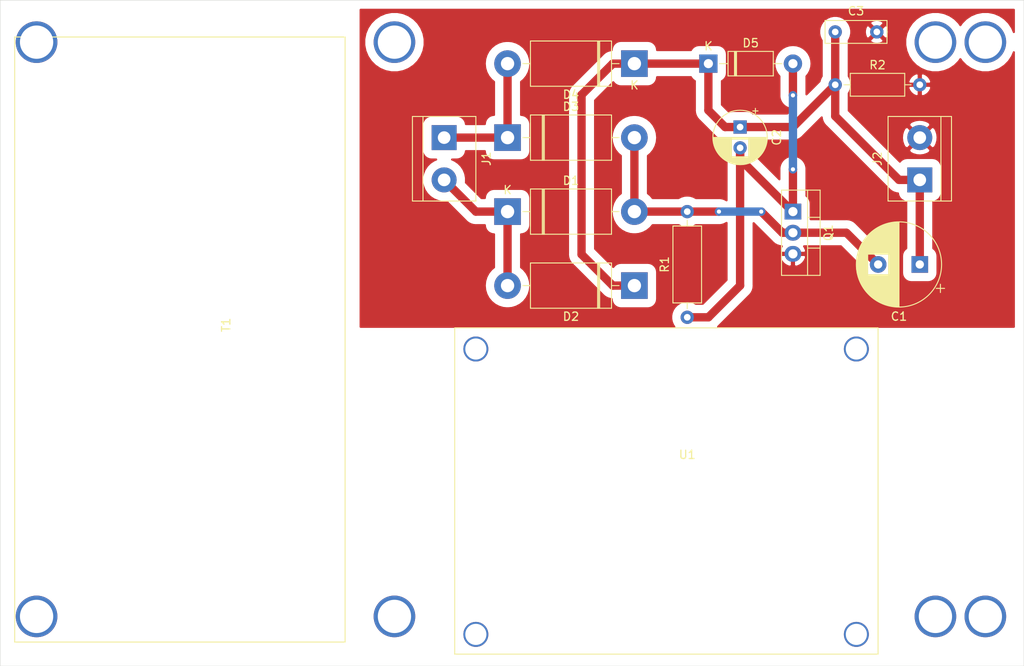
<source format=kicad_pcb>
(kicad_pcb (version 20171130) (host pcbnew 5.1.4-e60b266~84~ubuntu18.04.1)

  (general
    (thickness 1.6)
    (drawings 4)
    (tracks 54)
    (zones 0)
    (modules 15)
    (nets 7)
  )

  (page A4)
  (layers
    (0 F.Cu signal)
    (31 B.Cu signal)
    (32 B.Adhes user)
    (33 F.Adhes user)
    (34 B.Paste user)
    (35 F.Paste user)
    (36 B.SilkS user)
    (37 F.SilkS user)
    (38 B.Mask user)
    (39 F.Mask user)
    (40 Dwgs.User user)
    (41 Cmts.User user)
    (42 Eco1.User user)
    (43 Eco2.User user)
    (44 Edge.Cuts user)
    (45 Margin user)
    (46 B.CrtYd user)
    (47 F.CrtYd user)
    (48 B.Fab user)
    (49 F.Fab user)
  )

  (setup
    (last_trace_width 1)
    (user_trace_width 1)
    (trace_clearance 0.2)
    (zone_clearance 1)
    (zone_45_only no)
    (trace_min 0.2)
    (via_size 0.8)
    (via_drill 0.4)
    (via_min_size 0.4)
    (via_min_drill 0.3)
    (uvia_size 0.3)
    (uvia_drill 0.1)
    (uvias_allowed no)
    (uvia_min_size 0.2)
    (uvia_min_drill 0.1)
    (edge_width 0.05)
    (segment_width 0.2)
    (pcb_text_width 0.3)
    (pcb_text_size 1.5 1.5)
    (mod_edge_width 0.12)
    (mod_text_size 1 1)
    (mod_text_width 0.15)
    (pad_size 3 3)
    (pad_drill 2.54)
    (pad_to_mask_clearance 0.051)
    (solder_mask_min_width 0.25)
    (aux_axis_origin 87.63 60.96)
    (grid_origin 130.81 60.96)
    (visible_elements FFFFF77F)
    (pcbplotparams
      (layerselection 0x010fc_ffffffff)
      (usegerberextensions false)
      (usegerberattributes false)
      (usegerberadvancedattributes false)
      (creategerberjobfile false)
      (excludeedgelayer true)
      (linewidth 0.100000)
      (plotframeref false)
      (viasonmask false)
      (mode 1)
      (useauxorigin false)
      (hpglpennumber 1)
      (hpglpenspeed 20)
      (hpglpendiameter 15.000000)
      (psnegative false)
      (psa4output false)
      (plotreference true)
      (plotvalue true)
      (plotinvisibletext false)
      (padsonsilk false)
      (subtractmaskfromsilk false)
      (outputformat 1)
      (mirror false)
      (drillshape 1)
      (scaleselection 1)
      (outputdirectory ""))
  )

  (net 0 "")
  (net 1 +5V)
  (net 2 "Net-(C1-Pad2)")
  (net 3 "Net-(C2-Pad2)")
  (net 4 GND)
  (net 5 AC2)
  (net 6 AC1)

  (net_class Default "Esta é a classe de rede padrão."
    (clearance 0.2)
    (trace_width 0.25)
    (via_dia 0.8)
    (via_drill 0.4)
    (uvia_dia 0.3)
    (uvia_drill 0.1)
    (add_net +5V)
    (add_net AC1)
    (add_net AC2)
    (add_net GND)
    (add_net "Net-(C1-Pad2)")
    (add_net "Net-(C2-Pad2)")
  )

  (net_class PI2_1M ""
    (clearance 0.3)
    (trace_width 0.5)
    (via_dia 0.8)
    (via_drill 0.4)
    (uvia_dia 0.3)
    (uvia_drill 0.1)
    (diff_pair_width 0.3)
    (diff_pair_gap 0.3)
  )

  (module Resistor_THT:R_Axial_DIN0207_L6.3mm_D2.5mm_P10.16mm_Horizontal (layer F.Cu) (tedit 5AE5139B) (tstamp 5DBB3771)
    (at 187.96 71.12)
    (descr "Resistor, Axial_DIN0207 series, Axial, Horizontal, pin pitch=10.16mm, 0.25W = 1/4W, length*diameter=6.3*2.5mm^2, http://cdn-reichelt.de/documents/datenblatt/B400/1_4W%23YAG.pdf")
    (tags "Resistor Axial_DIN0207 series Axial Horizontal pin pitch 10.16mm 0.25W = 1/4W length 6.3mm diameter 2.5mm")
    (path /5DBBA193)
    (fp_text reference R2 (at 5.08 -2.37) (layer F.SilkS)
      (effects (font (size 1 1) (thickness 0.15)))
    )
    (fp_text value 1k (at 5.08 2.37) (layer F.Fab)
      (effects (font (size 1 1) (thickness 0.15)))
    )
    (fp_text user %R (at 5.08 0) (layer F.Fab)
      (effects (font (size 1 1) (thickness 0.15)))
    )
    (fp_line (start 11.21 -1.5) (end -1.05 -1.5) (layer F.CrtYd) (width 0.05))
    (fp_line (start 11.21 1.5) (end 11.21 -1.5) (layer F.CrtYd) (width 0.05))
    (fp_line (start -1.05 1.5) (end 11.21 1.5) (layer F.CrtYd) (width 0.05))
    (fp_line (start -1.05 -1.5) (end -1.05 1.5) (layer F.CrtYd) (width 0.05))
    (fp_line (start 9.12 0) (end 8.35 0) (layer F.SilkS) (width 0.12))
    (fp_line (start 1.04 0) (end 1.81 0) (layer F.SilkS) (width 0.12))
    (fp_line (start 8.35 -1.37) (end 1.81 -1.37) (layer F.SilkS) (width 0.12))
    (fp_line (start 8.35 1.37) (end 8.35 -1.37) (layer F.SilkS) (width 0.12))
    (fp_line (start 1.81 1.37) (end 8.35 1.37) (layer F.SilkS) (width 0.12))
    (fp_line (start 1.81 -1.37) (end 1.81 1.37) (layer F.SilkS) (width 0.12))
    (fp_line (start 10.16 0) (end 8.23 0) (layer F.Fab) (width 0.1))
    (fp_line (start 0 0) (end 1.93 0) (layer F.Fab) (width 0.1))
    (fp_line (start 8.23 -1.25) (end 1.93 -1.25) (layer F.Fab) (width 0.1))
    (fp_line (start 8.23 1.25) (end 8.23 -1.25) (layer F.Fab) (width 0.1))
    (fp_line (start 1.93 1.25) (end 8.23 1.25) (layer F.Fab) (width 0.1))
    (fp_line (start 1.93 -1.25) (end 1.93 1.25) (layer F.Fab) (width 0.1))
    (pad 2 thru_hole oval (at 10.16 0) (size 1.6 1.6) (drill 0.8) (layers *.Cu *.Mask)
      (net 4 GND))
    (pad 1 thru_hole circle (at 0 0) (size 1.6 1.6) (drill 0.8) (layers *.Cu *.Mask)
      (net 1 +5V))
    (model ${KISYS3DMOD}/Resistor_THT.3dshapes/R_Axial_DIN0207_L6.3mm_D2.5mm_P10.16mm_Horizontal.wrl
      (at (xyz 0 0 0))
      (scale (xyz 1 1 1))
      (rotate (xyz 0 0 0))
    )
  )

  (module Capacitor_THT:CP_Radial_D10.0mm_P5.00mm (layer F.Cu) (tedit 5AE50EF1) (tstamp 5DBB352C)
    (at 198.12 92.71 180)
    (descr "CP, Radial series, Radial, pin pitch=5.00mm, , diameter=10mm, Electrolytic Capacitor")
    (tags "CP Radial series Radial pin pitch 5.00mm  diameter 10mm Electrolytic Capacitor")
    (path /5DB95F43)
    (fp_text reference C1 (at 2.5 -6.25) (layer F.SilkS)
      (effects (font (size 1 1) (thickness 0.15)))
    )
    (fp_text value 1000uF (at 2.5 6.25) (layer F.Fab)
      (effects (font (size 1 1) (thickness 0.15)))
    )
    (fp_text user %R (at 2.5 0) (layer F.Fab)
      (effects (font (size 1 1) (thickness 0.15)))
    )
    (fp_line (start -2.479646 -3.375) (end -2.479646 -2.375) (layer F.SilkS) (width 0.12))
    (fp_line (start -2.979646 -2.875) (end -1.979646 -2.875) (layer F.SilkS) (width 0.12))
    (fp_line (start 7.581 -0.599) (end 7.581 0.599) (layer F.SilkS) (width 0.12))
    (fp_line (start 7.541 -0.862) (end 7.541 0.862) (layer F.SilkS) (width 0.12))
    (fp_line (start 7.501 -1.062) (end 7.501 1.062) (layer F.SilkS) (width 0.12))
    (fp_line (start 7.461 -1.23) (end 7.461 1.23) (layer F.SilkS) (width 0.12))
    (fp_line (start 7.421 -1.378) (end 7.421 1.378) (layer F.SilkS) (width 0.12))
    (fp_line (start 7.381 -1.51) (end 7.381 1.51) (layer F.SilkS) (width 0.12))
    (fp_line (start 7.341 -1.63) (end 7.341 1.63) (layer F.SilkS) (width 0.12))
    (fp_line (start 7.301 -1.742) (end 7.301 1.742) (layer F.SilkS) (width 0.12))
    (fp_line (start 7.261 -1.846) (end 7.261 1.846) (layer F.SilkS) (width 0.12))
    (fp_line (start 7.221 -1.944) (end 7.221 1.944) (layer F.SilkS) (width 0.12))
    (fp_line (start 7.181 -2.037) (end 7.181 2.037) (layer F.SilkS) (width 0.12))
    (fp_line (start 7.141 -2.125) (end 7.141 2.125) (layer F.SilkS) (width 0.12))
    (fp_line (start 7.101 -2.209) (end 7.101 2.209) (layer F.SilkS) (width 0.12))
    (fp_line (start 7.061 -2.289) (end 7.061 2.289) (layer F.SilkS) (width 0.12))
    (fp_line (start 7.021 -2.365) (end 7.021 2.365) (layer F.SilkS) (width 0.12))
    (fp_line (start 6.981 -2.439) (end 6.981 2.439) (layer F.SilkS) (width 0.12))
    (fp_line (start 6.941 -2.51) (end 6.941 2.51) (layer F.SilkS) (width 0.12))
    (fp_line (start 6.901 -2.579) (end 6.901 2.579) (layer F.SilkS) (width 0.12))
    (fp_line (start 6.861 -2.645) (end 6.861 2.645) (layer F.SilkS) (width 0.12))
    (fp_line (start 6.821 -2.709) (end 6.821 2.709) (layer F.SilkS) (width 0.12))
    (fp_line (start 6.781 -2.77) (end 6.781 2.77) (layer F.SilkS) (width 0.12))
    (fp_line (start 6.741 -2.83) (end 6.741 2.83) (layer F.SilkS) (width 0.12))
    (fp_line (start 6.701 -2.889) (end 6.701 2.889) (layer F.SilkS) (width 0.12))
    (fp_line (start 6.661 -2.945) (end 6.661 2.945) (layer F.SilkS) (width 0.12))
    (fp_line (start 6.621 -3) (end 6.621 3) (layer F.SilkS) (width 0.12))
    (fp_line (start 6.581 -3.054) (end 6.581 3.054) (layer F.SilkS) (width 0.12))
    (fp_line (start 6.541 -3.106) (end 6.541 3.106) (layer F.SilkS) (width 0.12))
    (fp_line (start 6.501 -3.156) (end 6.501 3.156) (layer F.SilkS) (width 0.12))
    (fp_line (start 6.461 -3.206) (end 6.461 3.206) (layer F.SilkS) (width 0.12))
    (fp_line (start 6.421 -3.254) (end 6.421 3.254) (layer F.SilkS) (width 0.12))
    (fp_line (start 6.381 -3.301) (end 6.381 3.301) (layer F.SilkS) (width 0.12))
    (fp_line (start 6.341 -3.347) (end 6.341 3.347) (layer F.SilkS) (width 0.12))
    (fp_line (start 6.301 -3.392) (end 6.301 3.392) (layer F.SilkS) (width 0.12))
    (fp_line (start 6.261 -3.436) (end 6.261 3.436) (layer F.SilkS) (width 0.12))
    (fp_line (start 6.221 1.241) (end 6.221 3.478) (layer F.SilkS) (width 0.12))
    (fp_line (start 6.221 -3.478) (end 6.221 -1.241) (layer F.SilkS) (width 0.12))
    (fp_line (start 6.181 1.241) (end 6.181 3.52) (layer F.SilkS) (width 0.12))
    (fp_line (start 6.181 -3.52) (end 6.181 -1.241) (layer F.SilkS) (width 0.12))
    (fp_line (start 6.141 1.241) (end 6.141 3.561) (layer F.SilkS) (width 0.12))
    (fp_line (start 6.141 -3.561) (end 6.141 -1.241) (layer F.SilkS) (width 0.12))
    (fp_line (start 6.101 1.241) (end 6.101 3.601) (layer F.SilkS) (width 0.12))
    (fp_line (start 6.101 -3.601) (end 6.101 -1.241) (layer F.SilkS) (width 0.12))
    (fp_line (start 6.061 1.241) (end 6.061 3.64) (layer F.SilkS) (width 0.12))
    (fp_line (start 6.061 -3.64) (end 6.061 -1.241) (layer F.SilkS) (width 0.12))
    (fp_line (start 6.021 1.241) (end 6.021 3.679) (layer F.SilkS) (width 0.12))
    (fp_line (start 6.021 -3.679) (end 6.021 -1.241) (layer F.SilkS) (width 0.12))
    (fp_line (start 5.981 1.241) (end 5.981 3.716) (layer F.SilkS) (width 0.12))
    (fp_line (start 5.981 -3.716) (end 5.981 -1.241) (layer F.SilkS) (width 0.12))
    (fp_line (start 5.941 1.241) (end 5.941 3.753) (layer F.SilkS) (width 0.12))
    (fp_line (start 5.941 -3.753) (end 5.941 -1.241) (layer F.SilkS) (width 0.12))
    (fp_line (start 5.901 1.241) (end 5.901 3.789) (layer F.SilkS) (width 0.12))
    (fp_line (start 5.901 -3.789) (end 5.901 -1.241) (layer F.SilkS) (width 0.12))
    (fp_line (start 5.861 1.241) (end 5.861 3.824) (layer F.SilkS) (width 0.12))
    (fp_line (start 5.861 -3.824) (end 5.861 -1.241) (layer F.SilkS) (width 0.12))
    (fp_line (start 5.821 1.241) (end 5.821 3.858) (layer F.SilkS) (width 0.12))
    (fp_line (start 5.821 -3.858) (end 5.821 -1.241) (layer F.SilkS) (width 0.12))
    (fp_line (start 5.781 1.241) (end 5.781 3.892) (layer F.SilkS) (width 0.12))
    (fp_line (start 5.781 -3.892) (end 5.781 -1.241) (layer F.SilkS) (width 0.12))
    (fp_line (start 5.741 1.241) (end 5.741 3.925) (layer F.SilkS) (width 0.12))
    (fp_line (start 5.741 -3.925) (end 5.741 -1.241) (layer F.SilkS) (width 0.12))
    (fp_line (start 5.701 1.241) (end 5.701 3.957) (layer F.SilkS) (width 0.12))
    (fp_line (start 5.701 -3.957) (end 5.701 -1.241) (layer F.SilkS) (width 0.12))
    (fp_line (start 5.661 1.241) (end 5.661 3.989) (layer F.SilkS) (width 0.12))
    (fp_line (start 5.661 -3.989) (end 5.661 -1.241) (layer F.SilkS) (width 0.12))
    (fp_line (start 5.621 1.241) (end 5.621 4.02) (layer F.SilkS) (width 0.12))
    (fp_line (start 5.621 -4.02) (end 5.621 -1.241) (layer F.SilkS) (width 0.12))
    (fp_line (start 5.581 1.241) (end 5.581 4.05) (layer F.SilkS) (width 0.12))
    (fp_line (start 5.581 -4.05) (end 5.581 -1.241) (layer F.SilkS) (width 0.12))
    (fp_line (start 5.541 1.241) (end 5.541 4.08) (layer F.SilkS) (width 0.12))
    (fp_line (start 5.541 -4.08) (end 5.541 -1.241) (layer F.SilkS) (width 0.12))
    (fp_line (start 5.501 1.241) (end 5.501 4.11) (layer F.SilkS) (width 0.12))
    (fp_line (start 5.501 -4.11) (end 5.501 -1.241) (layer F.SilkS) (width 0.12))
    (fp_line (start 5.461 1.241) (end 5.461 4.138) (layer F.SilkS) (width 0.12))
    (fp_line (start 5.461 -4.138) (end 5.461 -1.241) (layer F.SilkS) (width 0.12))
    (fp_line (start 5.421 1.241) (end 5.421 4.166) (layer F.SilkS) (width 0.12))
    (fp_line (start 5.421 -4.166) (end 5.421 -1.241) (layer F.SilkS) (width 0.12))
    (fp_line (start 5.381 1.241) (end 5.381 4.194) (layer F.SilkS) (width 0.12))
    (fp_line (start 5.381 -4.194) (end 5.381 -1.241) (layer F.SilkS) (width 0.12))
    (fp_line (start 5.341 1.241) (end 5.341 4.221) (layer F.SilkS) (width 0.12))
    (fp_line (start 5.341 -4.221) (end 5.341 -1.241) (layer F.SilkS) (width 0.12))
    (fp_line (start 5.301 1.241) (end 5.301 4.247) (layer F.SilkS) (width 0.12))
    (fp_line (start 5.301 -4.247) (end 5.301 -1.241) (layer F.SilkS) (width 0.12))
    (fp_line (start 5.261 1.241) (end 5.261 4.273) (layer F.SilkS) (width 0.12))
    (fp_line (start 5.261 -4.273) (end 5.261 -1.241) (layer F.SilkS) (width 0.12))
    (fp_line (start 5.221 1.241) (end 5.221 4.298) (layer F.SilkS) (width 0.12))
    (fp_line (start 5.221 -4.298) (end 5.221 -1.241) (layer F.SilkS) (width 0.12))
    (fp_line (start 5.181 1.241) (end 5.181 4.323) (layer F.SilkS) (width 0.12))
    (fp_line (start 5.181 -4.323) (end 5.181 -1.241) (layer F.SilkS) (width 0.12))
    (fp_line (start 5.141 1.241) (end 5.141 4.347) (layer F.SilkS) (width 0.12))
    (fp_line (start 5.141 -4.347) (end 5.141 -1.241) (layer F.SilkS) (width 0.12))
    (fp_line (start 5.101 1.241) (end 5.101 4.371) (layer F.SilkS) (width 0.12))
    (fp_line (start 5.101 -4.371) (end 5.101 -1.241) (layer F.SilkS) (width 0.12))
    (fp_line (start 5.061 1.241) (end 5.061 4.395) (layer F.SilkS) (width 0.12))
    (fp_line (start 5.061 -4.395) (end 5.061 -1.241) (layer F.SilkS) (width 0.12))
    (fp_line (start 5.021 1.241) (end 5.021 4.417) (layer F.SilkS) (width 0.12))
    (fp_line (start 5.021 -4.417) (end 5.021 -1.241) (layer F.SilkS) (width 0.12))
    (fp_line (start 4.981 1.241) (end 4.981 4.44) (layer F.SilkS) (width 0.12))
    (fp_line (start 4.981 -4.44) (end 4.981 -1.241) (layer F.SilkS) (width 0.12))
    (fp_line (start 4.941 1.241) (end 4.941 4.462) (layer F.SilkS) (width 0.12))
    (fp_line (start 4.941 -4.462) (end 4.941 -1.241) (layer F.SilkS) (width 0.12))
    (fp_line (start 4.901 1.241) (end 4.901 4.483) (layer F.SilkS) (width 0.12))
    (fp_line (start 4.901 -4.483) (end 4.901 -1.241) (layer F.SilkS) (width 0.12))
    (fp_line (start 4.861 1.241) (end 4.861 4.504) (layer F.SilkS) (width 0.12))
    (fp_line (start 4.861 -4.504) (end 4.861 -1.241) (layer F.SilkS) (width 0.12))
    (fp_line (start 4.821 1.241) (end 4.821 4.525) (layer F.SilkS) (width 0.12))
    (fp_line (start 4.821 -4.525) (end 4.821 -1.241) (layer F.SilkS) (width 0.12))
    (fp_line (start 4.781 1.241) (end 4.781 4.545) (layer F.SilkS) (width 0.12))
    (fp_line (start 4.781 -4.545) (end 4.781 -1.241) (layer F.SilkS) (width 0.12))
    (fp_line (start 4.741 1.241) (end 4.741 4.564) (layer F.SilkS) (width 0.12))
    (fp_line (start 4.741 -4.564) (end 4.741 -1.241) (layer F.SilkS) (width 0.12))
    (fp_line (start 4.701 1.241) (end 4.701 4.584) (layer F.SilkS) (width 0.12))
    (fp_line (start 4.701 -4.584) (end 4.701 -1.241) (layer F.SilkS) (width 0.12))
    (fp_line (start 4.661 1.241) (end 4.661 4.603) (layer F.SilkS) (width 0.12))
    (fp_line (start 4.661 -4.603) (end 4.661 -1.241) (layer F.SilkS) (width 0.12))
    (fp_line (start 4.621 1.241) (end 4.621 4.621) (layer F.SilkS) (width 0.12))
    (fp_line (start 4.621 -4.621) (end 4.621 -1.241) (layer F.SilkS) (width 0.12))
    (fp_line (start 4.581 1.241) (end 4.581 4.639) (layer F.SilkS) (width 0.12))
    (fp_line (start 4.581 -4.639) (end 4.581 -1.241) (layer F.SilkS) (width 0.12))
    (fp_line (start 4.541 1.241) (end 4.541 4.657) (layer F.SilkS) (width 0.12))
    (fp_line (start 4.541 -4.657) (end 4.541 -1.241) (layer F.SilkS) (width 0.12))
    (fp_line (start 4.501 1.241) (end 4.501 4.674) (layer F.SilkS) (width 0.12))
    (fp_line (start 4.501 -4.674) (end 4.501 -1.241) (layer F.SilkS) (width 0.12))
    (fp_line (start 4.461 1.241) (end 4.461 4.69) (layer F.SilkS) (width 0.12))
    (fp_line (start 4.461 -4.69) (end 4.461 -1.241) (layer F.SilkS) (width 0.12))
    (fp_line (start 4.421 1.241) (end 4.421 4.707) (layer F.SilkS) (width 0.12))
    (fp_line (start 4.421 -4.707) (end 4.421 -1.241) (layer F.SilkS) (width 0.12))
    (fp_line (start 4.381 1.241) (end 4.381 4.723) (layer F.SilkS) (width 0.12))
    (fp_line (start 4.381 -4.723) (end 4.381 -1.241) (layer F.SilkS) (width 0.12))
    (fp_line (start 4.341 1.241) (end 4.341 4.738) (layer F.SilkS) (width 0.12))
    (fp_line (start 4.341 -4.738) (end 4.341 -1.241) (layer F.SilkS) (width 0.12))
    (fp_line (start 4.301 1.241) (end 4.301 4.754) (layer F.SilkS) (width 0.12))
    (fp_line (start 4.301 -4.754) (end 4.301 -1.241) (layer F.SilkS) (width 0.12))
    (fp_line (start 4.261 1.241) (end 4.261 4.768) (layer F.SilkS) (width 0.12))
    (fp_line (start 4.261 -4.768) (end 4.261 -1.241) (layer F.SilkS) (width 0.12))
    (fp_line (start 4.221 1.241) (end 4.221 4.783) (layer F.SilkS) (width 0.12))
    (fp_line (start 4.221 -4.783) (end 4.221 -1.241) (layer F.SilkS) (width 0.12))
    (fp_line (start 4.181 1.241) (end 4.181 4.797) (layer F.SilkS) (width 0.12))
    (fp_line (start 4.181 -4.797) (end 4.181 -1.241) (layer F.SilkS) (width 0.12))
    (fp_line (start 4.141 1.241) (end 4.141 4.811) (layer F.SilkS) (width 0.12))
    (fp_line (start 4.141 -4.811) (end 4.141 -1.241) (layer F.SilkS) (width 0.12))
    (fp_line (start 4.101 1.241) (end 4.101 4.824) (layer F.SilkS) (width 0.12))
    (fp_line (start 4.101 -4.824) (end 4.101 -1.241) (layer F.SilkS) (width 0.12))
    (fp_line (start 4.061 1.241) (end 4.061 4.837) (layer F.SilkS) (width 0.12))
    (fp_line (start 4.061 -4.837) (end 4.061 -1.241) (layer F.SilkS) (width 0.12))
    (fp_line (start 4.021 1.241) (end 4.021 4.85) (layer F.SilkS) (width 0.12))
    (fp_line (start 4.021 -4.85) (end 4.021 -1.241) (layer F.SilkS) (width 0.12))
    (fp_line (start 3.981 1.241) (end 3.981 4.862) (layer F.SilkS) (width 0.12))
    (fp_line (start 3.981 -4.862) (end 3.981 -1.241) (layer F.SilkS) (width 0.12))
    (fp_line (start 3.941 1.241) (end 3.941 4.874) (layer F.SilkS) (width 0.12))
    (fp_line (start 3.941 -4.874) (end 3.941 -1.241) (layer F.SilkS) (width 0.12))
    (fp_line (start 3.901 1.241) (end 3.901 4.885) (layer F.SilkS) (width 0.12))
    (fp_line (start 3.901 -4.885) (end 3.901 -1.241) (layer F.SilkS) (width 0.12))
    (fp_line (start 3.861 1.241) (end 3.861 4.897) (layer F.SilkS) (width 0.12))
    (fp_line (start 3.861 -4.897) (end 3.861 -1.241) (layer F.SilkS) (width 0.12))
    (fp_line (start 3.821 1.241) (end 3.821 4.907) (layer F.SilkS) (width 0.12))
    (fp_line (start 3.821 -4.907) (end 3.821 -1.241) (layer F.SilkS) (width 0.12))
    (fp_line (start 3.781 1.241) (end 3.781 4.918) (layer F.SilkS) (width 0.12))
    (fp_line (start 3.781 -4.918) (end 3.781 -1.241) (layer F.SilkS) (width 0.12))
    (fp_line (start 3.741 -4.928) (end 3.741 4.928) (layer F.SilkS) (width 0.12))
    (fp_line (start 3.701 -4.938) (end 3.701 4.938) (layer F.SilkS) (width 0.12))
    (fp_line (start 3.661 -4.947) (end 3.661 4.947) (layer F.SilkS) (width 0.12))
    (fp_line (start 3.621 -4.956) (end 3.621 4.956) (layer F.SilkS) (width 0.12))
    (fp_line (start 3.581 -4.965) (end 3.581 4.965) (layer F.SilkS) (width 0.12))
    (fp_line (start 3.541 -4.974) (end 3.541 4.974) (layer F.SilkS) (width 0.12))
    (fp_line (start 3.501 -4.982) (end 3.501 4.982) (layer F.SilkS) (width 0.12))
    (fp_line (start 3.461 -4.99) (end 3.461 4.99) (layer F.SilkS) (width 0.12))
    (fp_line (start 3.421 -4.997) (end 3.421 4.997) (layer F.SilkS) (width 0.12))
    (fp_line (start 3.381 -5.004) (end 3.381 5.004) (layer F.SilkS) (width 0.12))
    (fp_line (start 3.341 -5.011) (end 3.341 5.011) (layer F.SilkS) (width 0.12))
    (fp_line (start 3.301 -5.018) (end 3.301 5.018) (layer F.SilkS) (width 0.12))
    (fp_line (start 3.261 -5.024) (end 3.261 5.024) (layer F.SilkS) (width 0.12))
    (fp_line (start 3.221 -5.03) (end 3.221 5.03) (layer F.SilkS) (width 0.12))
    (fp_line (start 3.18 -5.035) (end 3.18 5.035) (layer F.SilkS) (width 0.12))
    (fp_line (start 3.14 -5.04) (end 3.14 5.04) (layer F.SilkS) (width 0.12))
    (fp_line (start 3.1 -5.045) (end 3.1 5.045) (layer F.SilkS) (width 0.12))
    (fp_line (start 3.06 -5.05) (end 3.06 5.05) (layer F.SilkS) (width 0.12))
    (fp_line (start 3.02 -5.054) (end 3.02 5.054) (layer F.SilkS) (width 0.12))
    (fp_line (start 2.98 -5.058) (end 2.98 5.058) (layer F.SilkS) (width 0.12))
    (fp_line (start 2.94 -5.062) (end 2.94 5.062) (layer F.SilkS) (width 0.12))
    (fp_line (start 2.9 -5.065) (end 2.9 5.065) (layer F.SilkS) (width 0.12))
    (fp_line (start 2.86 -5.068) (end 2.86 5.068) (layer F.SilkS) (width 0.12))
    (fp_line (start 2.82 -5.07) (end 2.82 5.07) (layer F.SilkS) (width 0.12))
    (fp_line (start 2.78 -5.073) (end 2.78 5.073) (layer F.SilkS) (width 0.12))
    (fp_line (start 2.74 -5.075) (end 2.74 5.075) (layer F.SilkS) (width 0.12))
    (fp_line (start 2.7 -5.077) (end 2.7 5.077) (layer F.SilkS) (width 0.12))
    (fp_line (start 2.66 -5.078) (end 2.66 5.078) (layer F.SilkS) (width 0.12))
    (fp_line (start 2.62 -5.079) (end 2.62 5.079) (layer F.SilkS) (width 0.12))
    (fp_line (start 2.58 -5.08) (end 2.58 5.08) (layer F.SilkS) (width 0.12))
    (fp_line (start 2.54 -5.08) (end 2.54 5.08) (layer F.SilkS) (width 0.12))
    (fp_line (start 2.5 -5.08) (end 2.5 5.08) (layer F.SilkS) (width 0.12))
    (fp_line (start -1.288861 -2.6875) (end -1.288861 -1.6875) (layer F.Fab) (width 0.1))
    (fp_line (start -1.788861 -2.1875) (end -0.788861 -2.1875) (layer F.Fab) (width 0.1))
    (fp_circle (center 2.5 0) (end 7.75 0) (layer F.CrtYd) (width 0.05))
    (fp_circle (center 2.5 0) (end 7.62 0) (layer F.SilkS) (width 0.12))
    (fp_circle (center 2.5 0) (end 7.5 0) (layer F.Fab) (width 0.1))
    (pad 2 thru_hole circle (at 5 0 180) (size 2 2) (drill 1) (layers *.Cu *.Mask)
      (net 2 "Net-(C1-Pad2)"))
    (pad 1 thru_hole rect (at 0 0 180) (size 2 2) (drill 1) (layers *.Cu *.Mask)
      (net 1 +5V))
    (model ${KISYS3DMOD}/Capacitor_THT.3dshapes/CP_Radial_D10.0mm_P5.00mm.wrl
      (at (xyz 0 0 0))
      (scale (xyz 1 1 1))
      (rotate (xyz 0 0 0))
    )
  )

  (module Capacitor_THT:CP_Radial_D6.3mm_P2.50mm (layer F.Cu) (tedit 5AE50EF0) (tstamp 5DBB32DB)
    (at 176.53 76.2 270)
    (descr "CP, Radial series, Radial, pin pitch=2.50mm, , diameter=6.3mm, Electrolytic Capacitor")
    (tags "CP Radial series Radial pin pitch 2.50mm  diameter 6.3mm Electrolytic Capacitor")
    (path /5DBA2CD3)
    (fp_text reference C2 (at 1.25 -4.4 90) (layer F.SilkS)
      (effects (font (size 1 1) (thickness 0.15)))
    )
    (fp_text value 100uF (at 1.25 4.4 90) (layer F.Fab)
      (effects (font (size 1 1) (thickness 0.15)))
    )
    (fp_text user %R (at 1.25 0 90) (layer F.Fab)
      (effects (font (size 1 1) (thickness 0.15)))
    )
    (fp_line (start -1.935241 -2.154) (end -1.935241 -1.524) (layer F.SilkS) (width 0.12))
    (fp_line (start -2.250241 -1.839) (end -1.620241 -1.839) (layer F.SilkS) (width 0.12))
    (fp_line (start 4.491 -0.402) (end 4.491 0.402) (layer F.SilkS) (width 0.12))
    (fp_line (start 4.451 -0.633) (end 4.451 0.633) (layer F.SilkS) (width 0.12))
    (fp_line (start 4.411 -0.802) (end 4.411 0.802) (layer F.SilkS) (width 0.12))
    (fp_line (start 4.371 -0.94) (end 4.371 0.94) (layer F.SilkS) (width 0.12))
    (fp_line (start 4.331 -1.059) (end 4.331 1.059) (layer F.SilkS) (width 0.12))
    (fp_line (start 4.291 -1.165) (end 4.291 1.165) (layer F.SilkS) (width 0.12))
    (fp_line (start 4.251 -1.262) (end 4.251 1.262) (layer F.SilkS) (width 0.12))
    (fp_line (start 4.211 -1.35) (end 4.211 1.35) (layer F.SilkS) (width 0.12))
    (fp_line (start 4.171 -1.432) (end 4.171 1.432) (layer F.SilkS) (width 0.12))
    (fp_line (start 4.131 -1.509) (end 4.131 1.509) (layer F.SilkS) (width 0.12))
    (fp_line (start 4.091 -1.581) (end 4.091 1.581) (layer F.SilkS) (width 0.12))
    (fp_line (start 4.051 -1.65) (end 4.051 1.65) (layer F.SilkS) (width 0.12))
    (fp_line (start 4.011 -1.714) (end 4.011 1.714) (layer F.SilkS) (width 0.12))
    (fp_line (start 3.971 -1.776) (end 3.971 1.776) (layer F.SilkS) (width 0.12))
    (fp_line (start 3.931 -1.834) (end 3.931 1.834) (layer F.SilkS) (width 0.12))
    (fp_line (start 3.891 -1.89) (end 3.891 1.89) (layer F.SilkS) (width 0.12))
    (fp_line (start 3.851 -1.944) (end 3.851 1.944) (layer F.SilkS) (width 0.12))
    (fp_line (start 3.811 -1.995) (end 3.811 1.995) (layer F.SilkS) (width 0.12))
    (fp_line (start 3.771 -2.044) (end 3.771 2.044) (layer F.SilkS) (width 0.12))
    (fp_line (start 3.731 -2.092) (end 3.731 2.092) (layer F.SilkS) (width 0.12))
    (fp_line (start 3.691 -2.137) (end 3.691 2.137) (layer F.SilkS) (width 0.12))
    (fp_line (start 3.651 -2.182) (end 3.651 2.182) (layer F.SilkS) (width 0.12))
    (fp_line (start 3.611 -2.224) (end 3.611 2.224) (layer F.SilkS) (width 0.12))
    (fp_line (start 3.571 -2.265) (end 3.571 2.265) (layer F.SilkS) (width 0.12))
    (fp_line (start 3.531 1.04) (end 3.531 2.305) (layer F.SilkS) (width 0.12))
    (fp_line (start 3.531 -2.305) (end 3.531 -1.04) (layer F.SilkS) (width 0.12))
    (fp_line (start 3.491 1.04) (end 3.491 2.343) (layer F.SilkS) (width 0.12))
    (fp_line (start 3.491 -2.343) (end 3.491 -1.04) (layer F.SilkS) (width 0.12))
    (fp_line (start 3.451 1.04) (end 3.451 2.38) (layer F.SilkS) (width 0.12))
    (fp_line (start 3.451 -2.38) (end 3.451 -1.04) (layer F.SilkS) (width 0.12))
    (fp_line (start 3.411 1.04) (end 3.411 2.416) (layer F.SilkS) (width 0.12))
    (fp_line (start 3.411 -2.416) (end 3.411 -1.04) (layer F.SilkS) (width 0.12))
    (fp_line (start 3.371 1.04) (end 3.371 2.45) (layer F.SilkS) (width 0.12))
    (fp_line (start 3.371 -2.45) (end 3.371 -1.04) (layer F.SilkS) (width 0.12))
    (fp_line (start 3.331 1.04) (end 3.331 2.484) (layer F.SilkS) (width 0.12))
    (fp_line (start 3.331 -2.484) (end 3.331 -1.04) (layer F.SilkS) (width 0.12))
    (fp_line (start 3.291 1.04) (end 3.291 2.516) (layer F.SilkS) (width 0.12))
    (fp_line (start 3.291 -2.516) (end 3.291 -1.04) (layer F.SilkS) (width 0.12))
    (fp_line (start 3.251 1.04) (end 3.251 2.548) (layer F.SilkS) (width 0.12))
    (fp_line (start 3.251 -2.548) (end 3.251 -1.04) (layer F.SilkS) (width 0.12))
    (fp_line (start 3.211 1.04) (end 3.211 2.578) (layer F.SilkS) (width 0.12))
    (fp_line (start 3.211 -2.578) (end 3.211 -1.04) (layer F.SilkS) (width 0.12))
    (fp_line (start 3.171 1.04) (end 3.171 2.607) (layer F.SilkS) (width 0.12))
    (fp_line (start 3.171 -2.607) (end 3.171 -1.04) (layer F.SilkS) (width 0.12))
    (fp_line (start 3.131 1.04) (end 3.131 2.636) (layer F.SilkS) (width 0.12))
    (fp_line (start 3.131 -2.636) (end 3.131 -1.04) (layer F.SilkS) (width 0.12))
    (fp_line (start 3.091 1.04) (end 3.091 2.664) (layer F.SilkS) (width 0.12))
    (fp_line (start 3.091 -2.664) (end 3.091 -1.04) (layer F.SilkS) (width 0.12))
    (fp_line (start 3.051 1.04) (end 3.051 2.69) (layer F.SilkS) (width 0.12))
    (fp_line (start 3.051 -2.69) (end 3.051 -1.04) (layer F.SilkS) (width 0.12))
    (fp_line (start 3.011 1.04) (end 3.011 2.716) (layer F.SilkS) (width 0.12))
    (fp_line (start 3.011 -2.716) (end 3.011 -1.04) (layer F.SilkS) (width 0.12))
    (fp_line (start 2.971 1.04) (end 2.971 2.742) (layer F.SilkS) (width 0.12))
    (fp_line (start 2.971 -2.742) (end 2.971 -1.04) (layer F.SilkS) (width 0.12))
    (fp_line (start 2.931 1.04) (end 2.931 2.766) (layer F.SilkS) (width 0.12))
    (fp_line (start 2.931 -2.766) (end 2.931 -1.04) (layer F.SilkS) (width 0.12))
    (fp_line (start 2.891 1.04) (end 2.891 2.79) (layer F.SilkS) (width 0.12))
    (fp_line (start 2.891 -2.79) (end 2.891 -1.04) (layer F.SilkS) (width 0.12))
    (fp_line (start 2.851 1.04) (end 2.851 2.812) (layer F.SilkS) (width 0.12))
    (fp_line (start 2.851 -2.812) (end 2.851 -1.04) (layer F.SilkS) (width 0.12))
    (fp_line (start 2.811 1.04) (end 2.811 2.834) (layer F.SilkS) (width 0.12))
    (fp_line (start 2.811 -2.834) (end 2.811 -1.04) (layer F.SilkS) (width 0.12))
    (fp_line (start 2.771 1.04) (end 2.771 2.856) (layer F.SilkS) (width 0.12))
    (fp_line (start 2.771 -2.856) (end 2.771 -1.04) (layer F.SilkS) (width 0.12))
    (fp_line (start 2.731 1.04) (end 2.731 2.876) (layer F.SilkS) (width 0.12))
    (fp_line (start 2.731 -2.876) (end 2.731 -1.04) (layer F.SilkS) (width 0.12))
    (fp_line (start 2.691 1.04) (end 2.691 2.896) (layer F.SilkS) (width 0.12))
    (fp_line (start 2.691 -2.896) (end 2.691 -1.04) (layer F.SilkS) (width 0.12))
    (fp_line (start 2.651 1.04) (end 2.651 2.916) (layer F.SilkS) (width 0.12))
    (fp_line (start 2.651 -2.916) (end 2.651 -1.04) (layer F.SilkS) (width 0.12))
    (fp_line (start 2.611 1.04) (end 2.611 2.934) (layer F.SilkS) (width 0.12))
    (fp_line (start 2.611 -2.934) (end 2.611 -1.04) (layer F.SilkS) (width 0.12))
    (fp_line (start 2.571 1.04) (end 2.571 2.952) (layer F.SilkS) (width 0.12))
    (fp_line (start 2.571 -2.952) (end 2.571 -1.04) (layer F.SilkS) (width 0.12))
    (fp_line (start 2.531 1.04) (end 2.531 2.97) (layer F.SilkS) (width 0.12))
    (fp_line (start 2.531 -2.97) (end 2.531 -1.04) (layer F.SilkS) (width 0.12))
    (fp_line (start 2.491 1.04) (end 2.491 2.986) (layer F.SilkS) (width 0.12))
    (fp_line (start 2.491 -2.986) (end 2.491 -1.04) (layer F.SilkS) (width 0.12))
    (fp_line (start 2.451 1.04) (end 2.451 3.002) (layer F.SilkS) (width 0.12))
    (fp_line (start 2.451 -3.002) (end 2.451 -1.04) (layer F.SilkS) (width 0.12))
    (fp_line (start 2.411 1.04) (end 2.411 3.018) (layer F.SilkS) (width 0.12))
    (fp_line (start 2.411 -3.018) (end 2.411 -1.04) (layer F.SilkS) (width 0.12))
    (fp_line (start 2.371 1.04) (end 2.371 3.033) (layer F.SilkS) (width 0.12))
    (fp_line (start 2.371 -3.033) (end 2.371 -1.04) (layer F.SilkS) (width 0.12))
    (fp_line (start 2.331 1.04) (end 2.331 3.047) (layer F.SilkS) (width 0.12))
    (fp_line (start 2.331 -3.047) (end 2.331 -1.04) (layer F.SilkS) (width 0.12))
    (fp_line (start 2.291 1.04) (end 2.291 3.061) (layer F.SilkS) (width 0.12))
    (fp_line (start 2.291 -3.061) (end 2.291 -1.04) (layer F.SilkS) (width 0.12))
    (fp_line (start 2.251 1.04) (end 2.251 3.074) (layer F.SilkS) (width 0.12))
    (fp_line (start 2.251 -3.074) (end 2.251 -1.04) (layer F.SilkS) (width 0.12))
    (fp_line (start 2.211 1.04) (end 2.211 3.086) (layer F.SilkS) (width 0.12))
    (fp_line (start 2.211 -3.086) (end 2.211 -1.04) (layer F.SilkS) (width 0.12))
    (fp_line (start 2.171 1.04) (end 2.171 3.098) (layer F.SilkS) (width 0.12))
    (fp_line (start 2.171 -3.098) (end 2.171 -1.04) (layer F.SilkS) (width 0.12))
    (fp_line (start 2.131 1.04) (end 2.131 3.11) (layer F.SilkS) (width 0.12))
    (fp_line (start 2.131 -3.11) (end 2.131 -1.04) (layer F.SilkS) (width 0.12))
    (fp_line (start 2.091 1.04) (end 2.091 3.121) (layer F.SilkS) (width 0.12))
    (fp_line (start 2.091 -3.121) (end 2.091 -1.04) (layer F.SilkS) (width 0.12))
    (fp_line (start 2.051 1.04) (end 2.051 3.131) (layer F.SilkS) (width 0.12))
    (fp_line (start 2.051 -3.131) (end 2.051 -1.04) (layer F.SilkS) (width 0.12))
    (fp_line (start 2.011 1.04) (end 2.011 3.141) (layer F.SilkS) (width 0.12))
    (fp_line (start 2.011 -3.141) (end 2.011 -1.04) (layer F.SilkS) (width 0.12))
    (fp_line (start 1.971 1.04) (end 1.971 3.15) (layer F.SilkS) (width 0.12))
    (fp_line (start 1.971 -3.15) (end 1.971 -1.04) (layer F.SilkS) (width 0.12))
    (fp_line (start 1.93 1.04) (end 1.93 3.159) (layer F.SilkS) (width 0.12))
    (fp_line (start 1.93 -3.159) (end 1.93 -1.04) (layer F.SilkS) (width 0.12))
    (fp_line (start 1.89 1.04) (end 1.89 3.167) (layer F.SilkS) (width 0.12))
    (fp_line (start 1.89 -3.167) (end 1.89 -1.04) (layer F.SilkS) (width 0.12))
    (fp_line (start 1.85 1.04) (end 1.85 3.175) (layer F.SilkS) (width 0.12))
    (fp_line (start 1.85 -3.175) (end 1.85 -1.04) (layer F.SilkS) (width 0.12))
    (fp_line (start 1.81 1.04) (end 1.81 3.182) (layer F.SilkS) (width 0.12))
    (fp_line (start 1.81 -3.182) (end 1.81 -1.04) (layer F.SilkS) (width 0.12))
    (fp_line (start 1.77 1.04) (end 1.77 3.189) (layer F.SilkS) (width 0.12))
    (fp_line (start 1.77 -3.189) (end 1.77 -1.04) (layer F.SilkS) (width 0.12))
    (fp_line (start 1.73 1.04) (end 1.73 3.195) (layer F.SilkS) (width 0.12))
    (fp_line (start 1.73 -3.195) (end 1.73 -1.04) (layer F.SilkS) (width 0.12))
    (fp_line (start 1.69 1.04) (end 1.69 3.201) (layer F.SilkS) (width 0.12))
    (fp_line (start 1.69 -3.201) (end 1.69 -1.04) (layer F.SilkS) (width 0.12))
    (fp_line (start 1.65 1.04) (end 1.65 3.206) (layer F.SilkS) (width 0.12))
    (fp_line (start 1.65 -3.206) (end 1.65 -1.04) (layer F.SilkS) (width 0.12))
    (fp_line (start 1.61 1.04) (end 1.61 3.211) (layer F.SilkS) (width 0.12))
    (fp_line (start 1.61 -3.211) (end 1.61 -1.04) (layer F.SilkS) (width 0.12))
    (fp_line (start 1.57 1.04) (end 1.57 3.215) (layer F.SilkS) (width 0.12))
    (fp_line (start 1.57 -3.215) (end 1.57 -1.04) (layer F.SilkS) (width 0.12))
    (fp_line (start 1.53 1.04) (end 1.53 3.218) (layer F.SilkS) (width 0.12))
    (fp_line (start 1.53 -3.218) (end 1.53 -1.04) (layer F.SilkS) (width 0.12))
    (fp_line (start 1.49 1.04) (end 1.49 3.222) (layer F.SilkS) (width 0.12))
    (fp_line (start 1.49 -3.222) (end 1.49 -1.04) (layer F.SilkS) (width 0.12))
    (fp_line (start 1.45 -3.224) (end 1.45 3.224) (layer F.SilkS) (width 0.12))
    (fp_line (start 1.41 -3.227) (end 1.41 3.227) (layer F.SilkS) (width 0.12))
    (fp_line (start 1.37 -3.228) (end 1.37 3.228) (layer F.SilkS) (width 0.12))
    (fp_line (start 1.33 -3.23) (end 1.33 3.23) (layer F.SilkS) (width 0.12))
    (fp_line (start 1.29 -3.23) (end 1.29 3.23) (layer F.SilkS) (width 0.12))
    (fp_line (start 1.25 -3.23) (end 1.25 3.23) (layer F.SilkS) (width 0.12))
    (fp_line (start -1.128972 -1.6885) (end -1.128972 -1.0585) (layer F.Fab) (width 0.1))
    (fp_line (start -1.443972 -1.3735) (end -0.813972 -1.3735) (layer F.Fab) (width 0.1))
    (fp_circle (center 1.25 0) (end 4.65 0) (layer F.CrtYd) (width 0.05))
    (fp_circle (center 1.25 0) (end 4.52 0) (layer F.SilkS) (width 0.12))
    (fp_circle (center 1.25 0) (end 4.4 0) (layer F.Fab) (width 0.1))
    (pad 2 thru_hole circle (at 2.5 0 270) (size 1.6 1.6) (drill 0.8) (layers *.Cu *.Mask)
      (net 3 "Net-(C2-Pad2)"))
    (pad 1 thru_hole rect (at 0 0 270) (size 1.6 1.6) (drill 0.8) (layers *.Cu *.Mask)
      (net 1 +5V))
    (model ${KISYS3DMOD}/Capacitor_THT.3dshapes/CP_Radial_D6.3mm_P2.50mm.wrl
      (at (xyz 0 0 0))
      (scale (xyz 1 1 1))
      (rotate (xyz 0 0 0))
    )
  )

  (module Capacitor_THT:C_Rect_L7.2mm_W2.5mm_P5.00mm_FKS2_FKP2_MKS2_MKP2 (layer F.Cu) (tedit 5AE50EF0) (tstamp 5DBA98B5)
    (at 187.96 64.77)
    (descr "C, Rect series, Radial, pin pitch=5.00mm, , length*width=7.2*2.5mm^2, Capacitor, http://www.wima.com/EN/WIMA_FKS_2.pdf")
    (tags "C Rect series Radial pin pitch 5.00mm  length 7.2mm width 2.5mm Capacitor")
    (path /5DBBE624)
    (fp_text reference C3 (at 2.5 -2.5) (layer F.SilkS)
      (effects (font (size 1 1) (thickness 0.15)))
    )
    (fp_text value 100nF (at 2.5 2.5) (layer F.Fab)
      (effects (font (size 1 1) (thickness 0.15)))
    )
    (fp_text user %R (at 2.5 0) (layer F.Fab)
      (effects (font (size 1 1) (thickness 0.15)))
    )
    (fp_line (start 6.35 -1.5) (end -1.35 -1.5) (layer F.CrtYd) (width 0.05))
    (fp_line (start 6.35 1.5) (end 6.35 -1.5) (layer F.CrtYd) (width 0.05))
    (fp_line (start -1.35 1.5) (end 6.35 1.5) (layer F.CrtYd) (width 0.05))
    (fp_line (start -1.35 -1.5) (end -1.35 1.5) (layer F.CrtYd) (width 0.05))
    (fp_line (start 6.22 -1.37) (end 6.22 1.37) (layer F.SilkS) (width 0.12))
    (fp_line (start -1.22 -1.37) (end -1.22 1.37) (layer F.SilkS) (width 0.12))
    (fp_line (start -1.22 1.37) (end 6.22 1.37) (layer F.SilkS) (width 0.12))
    (fp_line (start -1.22 -1.37) (end 6.22 -1.37) (layer F.SilkS) (width 0.12))
    (fp_line (start 6.1 -1.25) (end -1.1 -1.25) (layer F.Fab) (width 0.1))
    (fp_line (start 6.1 1.25) (end 6.1 -1.25) (layer F.Fab) (width 0.1))
    (fp_line (start -1.1 1.25) (end 6.1 1.25) (layer F.Fab) (width 0.1))
    (fp_line (start -1.1 -1.25) (end -1.1 1.25) (layer F.Fab) (width 0.1))
    (pad 2 thru_hole circle (at 5 0) (size 1.6 1.6) (drill 0.8) (layers *.Cu *.Mask)
      (net 4 GND))
    (pad 1 thru_hole circle (at 0 0) (size 1.6 1.6) (drill 0.8) (layers *.Cu *.Mask)
      (net 1 +5V))
    (model ${KISYS3DMOD}/Capacitor_THT.3dshapes/C_Rect_L7.2mm_W2.5mm_P5.00mm_FKS2_FKP2_MKS2_MKP2.wrl
      (at (xyz 0 0 0))
      (scale (xyz 1 1 1))
      (rotate (xyz 0 0 0))
    )
  )

  (module Diode_THT:D_DO-201AD_P15.24mm_Horizontal (layer F.Cu) (tedit 5AE50CD5) (tstamp 5DBB304D)
    (at 148.59 86.36)
    (descr "Diode, DO-201AD series, Axial, Horizontal, pin pitch=15.24mm, , length*diameter=9.5*5.2mm^2, , http://www.diodes.com/_files/packages/DO-201AD.pdf")
    (tags "Diode DO-201AD series Axial Horizontal pin pitch 15.24mm  length 9.5mm diameter 5.2mm")
    (path /5DB3A091)
    (fp_text reference D1 (at 7.62 -3.72) (layer F.SilkS)
      (effects (font (size 1 1) (thickness 0.15)))
    )
    (fp_text value 1N5408 (at 7.62 3.72) (layer F.Fab)
      (effects (font (size 1 1) (thickness 0.15)))
    )
    (fp_text user K (at 0 -2.6) (layer F.SilkS)
      (effects (font (size 1 1) (thickness 0.15)))
    )
    (fp_text user K (at 0 -2.6) (layer F.Fab)
      (effects (font (size 1 1) (thickness 0.15)))
    )
    (fp_text user %R (at 8.3325 0) (layer F.Fab)
      (effects (font (size 1 1) (thickness 0.15)))
    )
    (fp_line (start 17.09 -2.85) (end -1.85 -2.85) (layer F.CrtYd) (width 0.05))
    (fp_line (start 17.09 2.85) (end 17.09 -2.85) (layer F.CrtYd) (width 0.05))
    (fp_line (start -1.85 2.85) (end 17.09 2.85) (layer F.CrtYd) (width 0.05))
    (fp_line (start -1.85 -2.85) (end -1.85 2.85) (layer F.CrtYd) (width 0.05))
    (fp_line (start 4.175 -2.72) (end 4.175 2.72) (layer F.SilkS) (width 0.12))
    (fp_line (start 4.415 -2.72) (end 4.415 2.72) (layer F.SilkS) (width 0.12))
    (fp_line (start 4.295 -2.72) (end 4.295 2.72) (layer F.SilkS) (width 0.12))
    (fp_line (start 13.4 0) (end 12.49 0) (layer F.SilkS) (width 0.12))
    (fp_line (start 1.84 0) (end 2.75 0) (layer F.SilkS) (width 0.12))
    (fp_line (start 12.49 -2.72) (end 2.75 -2.72) (layer F.SilkS) (width 0.12))
    (fp_line (start 12.49 2.72) (end 12.49 -2.72) (layer F.SilkS) (width 0.12))
    (fp_line (start 2.75 2.72) (end 12.49 2.72) (layer F.SilkS) (width 0.12))
    (fp_line (start 2.75 -2.72) (end 2.75 2.72) (layer F.SilkS) (width 0.12))
    (fp_line (start 4.195 -2.6) (end 4.195 2.6) (layer F.Fab) (width 0.1))
    (fp_line (start 4.395 -2.6) (end 4.395 2.6) (layer F.Fab) (width 0.1))
    (fp_line (start 4.295 -2.6) (end 4.295 2.6) (layer F.Fab) (width 0.1))
    (fp_line (start 15.24 0) (end 12.37 0) (layer F.Fab) (width 0.1))
    (fp_line (start 0 0) (end 2.87 0) (layer F.Fab) (width 0.1))
    (fp_line (start 12.37 -2.6) (end 2.87 -2.6) (layer F.Fab) (width 0.1))
    (fp_line (start 12.37 2.6) (end 12.37 -2.6) (layer F.Fab) (width 0.1))
    (fp_line (start 2.87 2.6) (end 12.37 2.6) (layer F.Fab) (width 0.1))
    (fp_line (start 2.87 -2.6) (end 2.87 2.6) (layer F.Fab) (width 0.1))
    (pad 2 thru_hole oval (at 15.24 0) (size 3.2 3.2) (drill 1.6) (layers *.Cu *.Mask)
      (net 2 "Net-(C1-Pad2)"))
    (pad 1 thru_hole rect (at 0 0) (size 3.2 3.2) (drill 1.6) (layers *.Cu *.Mask)
      (net 5 AC2))
    (model ${KISYS3DMOD}/Diode_THT.3dshapes/D_DO-201AD_P15.24mm_Horizontal.wrl
      (at (xyz 0 0 0))
      (scale (xyz 1 1 1))
      (rotate (xyz 0 0 0))
    )
  )

  (module Diode_THT:D_DO-201AD_P15.24mm_Horizontal (layer F.Cu) (tedit 5AE50CD5) (tstamp 5DBB30A7)
    (at 163.83 95.25 180)
    (descr "Diode, DO-201AD series, Axial, Horizontal, pin pitch=15.24mm, , length*diameter=9.5*5.2mm^2, , http://www.diodes.com/_files/packages/DO-201AD.pdf")
    (tags "Diode DO-201AD series Axial Horizontal pin pitch 15.24mm  length 9.5mm diameter 5.2mm")
    (path /5DB33F78)
    (fp_text reference D2 (at 7.62 -3.72) (layer F.SilkS)
      (effects (font (size 1 1) (thickness 0.15)))
    )
    (fp_text value 1N5408 (at 7.62 3.72) (layer F.Fab)
      (effects (font (size 1 1) (thickness 0.15)))
    )
    (fp_text user K (at 0 -2.6) (layer F.Fab)
      (effects (font (size 1 1) (thickness 0.15)))
    )
    (fp_text user K (at 0 -2.6) (layer F.Fab)
      (effects (font (size 1 1) (thickness 0.15)))
    )
    (fp_text user %R (at 8.3325 0) (layer F.Fab)
      (effects (font (size 1 1) (thickness 0.15)))
    )
    (fp_line (start 17.09 -2.85) (end -1.85 -2.85) (layer F.CrtYd) (width 0.05))
    (fp_line (start 17.09 2.85) (end 17.09 -2.85) (layer F.CrtYd) (width 0.05))
    (fp_line (start -1.85 2.85) (end 17.09 2.85) (layer F.CrtYd) (width 0.05))
    (fp_line (start -1.85 -2.85) (end -1.85 2.85) (layer F.CrtYd) (width 0.05))
    (fp_line (start 4.175 -2.72) (end 4.175 2.72) (layer F.SilkS) (width 0.12))
    (fp_line (start 4.415 -2.72) (end 4.415 2.72) (layer F.SilkS) (width 0.12))
    (fp_line (start 4.295 -2.72) (end 4.295 2.72) (layer F.SilkS) (width 0.12))
    (fp_line (start 13.4 0) (end 12.49 0) (layer F.SilkS) (width 0.12))
    (fp_line (start 1.84 0) (end 2.75 0) (layer F.SilkS) (width 0.12))
    (fp_line (start 12.49 -2.72) (end 2.75 -2.72) (layer F.SilkS) (width 0.12))
    (fp_line (start 12.49 2.72) (end 12.49 -2.72) (layer F.SilkS) (width 0.12))
    (fp_line (start 2.75 2.72) (end 12.49 2.72) (layer F.SilkS) (width 0.12))
    (fp_line (start 2.75 -2.72) (end 2.75 2.72) (layer F.SilkS) (width 0.12))
    (fp_line (start 4.195 -2.6) (end 4.195 2.6) (layer F.Fab) (width 0.1))
    (fp_line (start 4.395 -2.6) (end 4.395 2.6) (layer F.Fab) (width 0.1))
    (fp_line (start 4.295 -2.6) (end 4.295 2.6) (layer F.Fab) (width 0.1))
    (fp_line (start 15.24 0) (end 12.37 0) (layer F.Fab) (width 0.1))
    (fp_line (start 0 0) (end 2.87 0) (layer F.Fab) (width 0.1))
    (fp_line (start 12.37 -2.6) (end 2.87 -2.6) (layer F.Fab) (width 0.1))
    (fp_line (start 12.37 2.6) (end 12.37 -2.6) (layer F.Fab) (width 0.1))
    (fp_line (start 2.87 2.6) (end 12.37 2.6) (layer F.Fab) (width 0.1))
    (fp_line (start 2.87 -2.6) (end 2.87 2.6) (layer F.Fab) (width 0.1))
    (pad 2 thru_hole oval (at 15.24 0 180) (size 3.2 3.2) (drill 1.6) (layers *.Cu *.Mask)
      (net 5 AC2))
    (pad 1 thru_hole rect (at 0 0 180) (size 3.2 3.2) (drill 1.6) (layers *.Cu *.Mask)
      (net 1 +5V))
    (model ${KISYS3DMOD}/Diode_THT.3dshapes/D_DO-201AD_P15.24mm_Horizontal.wrl
      (at (xyz 0 0 0))
      (scale (xyz 1 1 1))
      (rotate (xyz 0 0 0))
    )
  )

  (module Diode_THT:D_DO-201AD_P15.24mm_Horizontal (layer F.Cu) (tedit 5AE50CD5) (tstamp 5DBB3101)
    (at 148.59 77.47)
    (descr "Diode, DO-201AD series, Axial, Horizontal, pin pitch=15.24mm, , length*diameter=9.5*5.2mm^2, , http://www.diodes.com/_files/packages/DO-201AD.pdf")
    (tags "Diode DO-201AD series Axial Horizontal pin pitch 15.24mm  length 9.5mm diameter 5.2mm")
    (path /5DB34EBA)
    (fp_text reference D3 (at 7.62 -3.72) (layer F.SilkS)
      (effects (font (size 1 1) (thickness 0.15)))
    )
    (fp_text value 1N5408 (at 7.62 3.72) (layer F.Fab)
      (effects (font (size 1 1) (thickness 0.15)))
    )
    (fp_text user K (at 0 -2.6) (layer F.Fab)
      (effects (font (size 1 1) (thickness 0.15)))
    )
    (fp_text user K (at 0 -2.6) (layer F.Fab)
      (effects (font (size 1 1) (thickness 0.15)))
    )
    (fp_text user %R (at 8.3325 0) (layer F.Fab)
      (effects (font (size 1 1) (thickness 0.15)))
    )
    (fp_line (start 17.09 -2.85) (end -1.85 -2.85) (layer F.CrtYd) (width 0.05))
    (fp_line (start 17.09 2.85) (end 17.09 -2.85) (layer F.CrtYd) (width 0.05))
    (fp_line (start -1.85 2.85) (end 17.09 2.85) (layer F.CrtYd) (width 0.05))
    (fp_line (start -1.85 -2.85) (end -1.85 2.85) (layer F.CrtYd) (width 0.05))
    (fp_line (start 4.175 -2.72) (end 4.175 2.72) (layer F.SilkS) (width 0.12))
    (fp_line (start 4.415 -2.72) (end 4.415 2.72) (layer F.SilkS) (width 0.12))
    (fp_line (start 4.295 -2.72) (end 4.295 2.72) (layer F.SilkS) (width 0.12))
    (fp_line (start 13.4 0) (end 12.49 0) (layer F.SilkS) (width 0.12))
    (fp_line (start 1.84 0) (end 2.75 0) (layer F.SilkS) (width 0.12))
    (fp_line (start 12.49 -2.72) (end 2.75 -2.72) (layer F.SilkS) (width 0.12))
    (fp_line (start 12.49 2.72) (end 12.49 -2.72) (layer F.SilkS) (width 0.12))
    (fp_line (start 2.75 2.72) (end 12.49 2.72) (layer F.SilkS) (width 0.12))
    (fp_line (start 2.75 -2.72) (end 2.75 2.72) (layer F.SilkS) (width 0.12))
    (fp_line (start 4.195 -2.6) (end 4.195 2.6) (layer F.Fab) (width 0.1))
    (fp_line (start 4.395 -2.6) (end 4.395 2.6) (layer F.Fab) (width 0.1))
    (fp_line (start 4.295 -2.6) (end 4.295 2.6) (layer F.Fab) (width 0.1))
    (fp_line (start 15.24 0) (end 12.37 0) (layer F.Fab) (width 0.1))
    (fp_line (start 0 0) (end 2.87 0) (layer F.Fab) (width 0.1))
    (fp_line (start 12.37 -2.6) (end 2.87 -2.6) (layer F.Fab) (width 0.1))
    (fp_line (start 12.37 2.6) (end 12.37 -2.6) (layer F.Fab) (width 0.1))
    (fp_line (start 2.87 2.6) (end 12.37 2.6) (layer F.Fab) (width 0.1))
    (fp_line (start 2.87 -2.6) (end 2.87 2.6) (layer F.Fab) (width 0.1))
    (pad 2 thru_hole oval (at 15.24 0) (size 3.2 3.2) (drill 1.6) (layers *.Cu *.Mask)
      (net 2 "Net-(C1-Pad2)"))
    (pad 1 thru_hole rect (at 0 0) (size 3.2 3.2) (drill 1.6) (layers *.Cu *.Mask)
      (net 6 AC1))
    (model ${KISYS3DMOD}/Diode_THT.3dshapes/D_DO-201AD_P15.24mm_Horizontal.wrl
      (at (xyz 0 0 0))
      (scale (xyz 1 1 1))
      (rotate (xyz 0 0 0))
    )
  )

  (module Diode_THT:D_DO-201AD_P15.24mm_Horizontal (layer F.Cu) (tedit 5AE50CD5) (tstamp 5DBB315E)
    (at 163.83 68.58 180)
    (descr "Diode, DO-201AD series, Axial, Horizontal, pin pitch=15.24mm, , length*diameter=9.5*5.2mm^2, , http://www.diodes.com/_files/packages/DO-201AD.pdf")
    (tags "Diode DO-201AD series Axial Horizontal pin pitch 15.24mm  length 9.5mm diameter 5.2mm")
    (path /5DB348F4)
    (fp_text reference D4 (at 7.62 -3.72) (layer F.SilkS)
      (effects (font (size 1 1) (thickness 0.15)))
    )
    (fp_text value 1N5408 (at 7.62 3.72) (layer F.Fab)
      (effects (font (size 1 1) (thickness 0.15)))
    )
    (fp_text user K (at 0 -2.6) (layer F.SilkS)
      (effects (font (size 1 1) (thickness 0.15)))
    )
    (fp_text user K (at 0 -2.6) (layer F.Fab)
      (effects (font (size 1 1) (thickness 0.15)))
    )
    (fp_text user %R (at 8.3325 0) (layer F.Fab)
      (effects (font (size 1 1) (thickness 0.15)))
    )
    (fp_line (start 17.09 -2.85) (end -1.85 -2.85) (layer F.CrtYd) (width 0.05))
    (fp_line (start 17.09 2.85) (end 17.09 -2.85) (layer F.CrtYd) (width 0.05))
    (fp_line (start -1.85 2.85) (end 17.09 2.85) (layer F.CrtYd) (width 0.05))
    (fp_line (start -1.85 -2.85) (end -1.85 2.85) (layer F.CrtYd) (width 0.05))
    (fp_line (start 4.175 -2.72) (end 4.175 2.72) (layer F.SilkS) (width 0.12))
    (fp_line (start 4.415 -2.72) (end 4.415 2.72) (layer F.SilkS) (width 0.12))
    (fp_line (start 4.295 -2.72) (end 4.295 2.72) (layer F.SilkS) (width 0.12))
    (fp_line (start 13.4 0) (end 12.49 0) (layer F.SilkS) (width 0.12))
    (fp_line (start 1.84 0) (end 2.75 0) (layer F.SilkS) (width 0.12))
    (fp_line (start 12.49 -2.72) (end 2.75 -2.72) (layer F.SilkS) (width 0.12))
    (fp_line (start 12.49 2.72) (end 12.49 -2.72) (layer F.SilkS) (width 0.12))
    (fp_line (start 2.75 2.72) (end 12.49 2.72) (layer F.SilkS) (width 0.12))
    (fp_line (start 2.75 -2.72) (end 2.75 2.72) (layer F.SilkS) (width 0.12))
    (fp_line (start 4.195 -2.6) (end 4.195 2.6) (layer F.Fab) (width 0.1))
    (fp_line (start 4.395 -2.6) (end 4.395 2.6) (layer F.Fab) (width 0.1))
    (fp_line (start 4.295 -2.6) (end 4.295 2.6) (layer F.Fab) (width 0.1))
    (fp_line (start 15.24 0) (end 12.37 0) (layer F.Fab) (width 0.1))
    (fp_line (start 0 0) (end 2.87 0) (layer F.Fab) (width 0.1))
    (fp_line (start 12.37 -2.6) (end 2.87 -2.6) (layer F.Fab) (width 0.1))
    (fp_line (start 12.37 2.6) (end 12.37 -2.6) (layer F.Fab) (width 0.1))
    (fp_line (start 2.87 2.6) (end 12.37 2.6) (layer F.Fab) (width 0.1))
    (fp_line (start 2.87 -2.6) (end 2.87 2.6) (layer F.Fab) (width 0.1))
    (pad 2 thru_hole oval (at 15.24 0 180) (size 3.2 3.2) (drill 1.6) (layers *.Cu *.Mask)
      (net 6 AC1))
    (pad 1 thru_hole rect (at 0 0 180) (size 3.2 3.2) (drill 1.6) (layers *.Cu *.Mask)
      (net 1 +5V))
    (model ${KISYS3DMOD}/Diode_THT.3dshapes/D_DO-201AD_P15.24mm_Horizontal.wrl
      (at (xyz 0 0 0))
      (scale (xyz 1 1 1))
      (rotate (xyz 0 0 0))
    )
  )

  (module Diode_THT:D_DO-41_SOD81_P10.16mm_Horizontal (layer F.Cu) (tedit 5AE50CD5) (tstamp 5DBB31B8)
    (at 172.72 68.58)
    (descr "Diode, DO-41_SOD81 series, Axial, Horizontal, pin pitch=10.16mm, , length*diameter=5.2*2.7mm^2, , http://www.diodes.com/_files/packages/DO-41%20(Plastic).pdf")
    (tags "Diode DO-41_SOD81 series Axial Horizontal pin pitch 10.16mm  length 5.2mm diameter 2.7mm")
    (path /5DB97237)
    (fp_text reference D5 (at 5.08 -2.47) (layer F.SilkS)
      (effects (font (size 1 1) (thickness 0.15)))
    )
    (fp_text value 1N4734A (at 5.08 2.47) (layer F.Fab)
      (effects (font (size 1 1) (thickness 0.15)))
    )
    (fp_text user K (at 0 -2.1) (layer F.SilkS)
      (effects (font (size 1 1) (thickness 0.15)))
    )
    (fp_text user K (at 0 -2.1) (layer F.Fab)
      (effects (font (size 1 1) (thickness 0.15)))
    )
    (fp_text user %R (at 5.47 0) (layer F.Fab)
      (effects (font (size 1 1) (thickness 0.15)))
    )
    (fp_line (start 11.51 -1.6) (end -1.35 -1.6) (layer F.CrtYd) (width 0.05))
    (fp_line (start 11.51 1.6) (end 11.51 -1.6) (layer F.CrtYd) (width 0.05))
    (fp_line (start -1.35 1.6) (end 11.51 1.6) (layer F.CrtYd) (width 0.05))
    (fp_line (start -1.35 -1.6) (end -1.35 1.6) (layer F.CrtYd) (width 0.05))
    (fp_line (start 3.14 -1.47) (end 3.14 1.47) (layer F.SilkS) (width 0.12))
    (fp_line (start 3.38 -1.47) (end 3.38 1.47) (layer F.SilkS) (width 0.12))
    (fp_line (start 3.26 -1.47) (end 3.26 1.47) (layer F.SilkS) (width 0.12))
    (fp_line (start 8.82 0) (end 7.8 0) (layer F.SilkS) (width 0.12))
    (fp_line (start 1.34 0) (end 2.36 0) (layer F.SilkS) (width 0.12))
    (fp_line (start 7.8 -1.47) (end 2.36 -1.47) (layer F.SilkS) (width 0.12))
    (fp_line (start 7.8 1.47) (end 7.8 -1.47) (layer F.SilkS) (width 0.12))
    (fp_line (start 2.36 1.47) (end 7.8 1.47) (layer F.SilkS) (width 0.12))
    (fp_line (start 2.36 -1.47) (end 2.36 1.47) (layer F.SilkS) (width 0.12))
    (fp_line (start 3.16 -1.35) (end 3.16 1.35) (layer F.Fab) (width 0.1))
    (fp_line (start 3.36 -1.35) (end 3.36 1.35) (layer F.Fab) (width 0.1))
    (fp_line (start 3.26 -1.35) (end 3.26 1.35) (layer F.Fab) (width 0.1))
    (fp_line (start 10.16 0) (end 7.68 0) (layer F.Fab) (width 0.1))
    (fp_line (start 0 0) (end 2.48 0) (layer F.Fab) (width 0.1))
    (fp_line (start 7.68 -1.35) (end 2.48 -1.35) (layer F.Fab) (width 0.1))
    (fp_line (start 7.68 1.35) (end 7.68 -1.35) (layer F.Fab) (width 0.1))
    (fp_line (start 2.48 1.35) (end 7.68 1.35) (layer F.Fab) (width 0.1))
    (fp_line (start 2.48 -1.35) (end 2.48 1.35) (layer F.Fab) (width 0.1))
    (pad 2 thru_hole oval (at 10.16 0) (size 2.2 2.2) (drill 1.1) (layers *.Cu *.Mask)
      (net 3 "Net-(C2-Pad2)"))
    (pad 1 thru_hole rect (at 0 0) (size 2.2 2.2) (drill 1.1) (layers *.Cu *.Mask)
      (net 1 +5V))
    (model ${KISYS3DMOD}/Diode_THT.3dshapes/D_DO-41_SOD81_P10.16mm_Horizontal.wrl
      (at (xyz 0 0 0))
      (scale (xyz 1 1 1))
      (rotate (xyz 0 0 0))
    )
  )

  (module Package_TO_SOT_THT:TO-220-3_Vertical (layer F.Cu) (tedit 5AC8BA0D) (tstamp 5DBB3729)
    (at 182.88 86.36 270)
    (descr "TO-220-3, Vertical, RM 2.54mm, see https://www.vishay.com/docs/66542/to-220-1.pdf")
    (tags "TO-220-3 Vertical RM 2.54mm")
    (path /5DB97AD6)
    (fp_text reference Q1 (at 2.54 -4.27 90) (layer F.SilkS)
      (effects (font (size 1 1) (thickness 0.15)))
    )
    (fp_text value TIP42 (at 2.54 2.5 90) (layer F.Fab)
      (effects (font (size 1 1) (thickness 0.15)))
    )
    (fp_text user %R (at 2.54 -4.27 90) (layer F.Fab)
      (effects (font (size 1 1) (thickness 0.15)))
    )
    (fp_line (start 7.79 -3.4) (end -2.71 -3.4) (layer F.CrtYd) (width 0.05))
    (fp_line (start 7.79 1.51) (end 7.79 -3.4) (layer F.CrtYd) (width 0.05))
    (fp_line (start -2.71 1.51) (end 7.79 1.51) (layer F.CrtYd) (width 0.05))
    (fp_line (start -2.71 -3.4) (end -2.71 1.51) (layer F.CrtYd) (width 0.05))
    (fp_line (start 4.391 -3.27) (end 4.391 -1.76) (layer F.SilkS) (width 0.12))
    (fp_line (start 0.69 -3.27) (end 0.69 -1.76) (layer F.SilkS) (width 0.12))
    (fp_line (start -2.58 -1.76) (end 7.66 -1.76) (layer F.SilkS) (width 0.12))
    (fp_line (start 7.66 -3.27) (end 7.66 1.371) (layer F.SilkS) (width 0.12))
    (fp_line (start -2.58 -3.27) (end -2.58 1.371) (layer F.SilkS) (width 0.12))
    (fp_line (start -2.58 1.371) (end 7.66 1.371) (layer F.SilkS) (width 0.12))
    (fp_line (start -2.58 -3.27) (end 7.66 -3.27) (layer F.SilkS) (width 0.12))
    (fp_line (start 4.39 -3.15) (end 4.39 -1.88) (layer F.Fab) (width 0.1))
    (fp_line (start 0.69 -3.15) (end 0.69 -1.88) (layer F.Fab) (width 0.1))
    (fp_line (start -2.46 -1.88) (end 7.54 -1.88) (layer F.Fab) (width 0.1))
    (fp_line (start 7.54 -3.15) (end -2.46 -3.15) (layer F.Fab) (width 0.1))
    (fp_line (start 7.54 1.25) (end 7.54 -3.15) (layer F.Fab) (width 0.1))
    (fp_line (start -2.46 1.25) (end 7.54 1.25) (layer F.Fab) (width 0.1))
    (fp_line (start -2.46 -3.15) (end -2.46 1.25) (layer F.Fab) (width 0.1))
    (pad 3 thru_hole oval (at 5.08 0 270) (size 1.905 2) (drill 1.1) (layers *.Cu *.Mask)
      (net 4 GND))
    (pad 2 thru_hole oval (at 2.54 0 270) (size 1.905 2) (drill 1.1) (layers *.Cu *.Mask)
      (net 2 "Net-(C1-Pad2)"))
    (pad 1 thru_hole rect (at 0 0 270) (size 1.905 2) (drill 1.1) (layers *.Cu *.Mask)
      (net 3 "Net-(C2-Pad2)"))
    (model ${KISYS3DMOD}/Package_TO_SOT_THT.3dshapes/TO-220-3_Vertical.wrl
      (at (xyz 0 0 0))
      (scale (xyz 1 1 1))
      (rotate (xyz 0 0 0))
    )
  )

  (module Resistor_THT:R_Axial_DIN0309_L9.0mm_D3.2mm_P12.70mm_Horizontal (layer F.Cu) (tedit 5AE5139B) (tstamp 5DBB320A)
    (at 170.18 99.06 90)
    (descr "Resistor, Axial_DIN0309 series, Axial, Horizontal, pin pitch=12.7mm, 0.5W = 1/2W, length*diameter=9*3.2mm^2, http://cdn-reichelt.de/documents/datenblatt/B400/1_4W%23YAG.pdf")
    (tags "Resistor Axial_DIN0309 series Axial Horizontal pin pitch 12.7mm 0.5W = 1/2W length 9mm diameter 3.2mm")
    (path /5DB96D2D)
    (fp_text reference R1 (at 6.35 -2.72 90) (layer F.SilkS)
      (effects (font (size 1 1) (thickness 0.15)))
    )
    (fp_text value 270 (at 6.35 2.72 90) (layer F.Fab)
      (effects (font (size 1 1) (thickness 0.15)))
    )
    (fp_text user %R (at 6.35 0 90) (layer F.Fab)
      (effects (font (size 1 1) (thickness 0.15)))
    )
    (fp_line (start 13.75 -1.85) (end -1.05 -1.85) (layer F.CrtYd) (width 0.05))
    (fp_line (start 13.75 1.85) (end 13.75 -1.85) (layer F.CrtYd) (width 0.05))
    (fp_line (start -1.05 1.85) (end 13.75 1.85) (layer F.CrtYd) (width 0.05))
    (fp_line (start -1.05 -1.85) (end -1.05 1.85) (layer F.CrtYd) (width 0.05))
    (fp_line (start 11.66 0) (end 10.97 0) (layer F.SilkS) (width 0.12))
    (fp_line (start 1.04 0) (end 1.73 0) (layer F.SilkS) (width 0.12))
    (fp_line (start 10.97 -1.72) (end 1.73 -1.72) (layer F.SilkS) (width 0.12))
    (fp_line (start 10.97 1.72) (end 10.97 -1.72) (layer F.SilkS) (width 0.12))
    (fp_line (start 1.73 1.72) (end 10.97 1.72) (layer F.SilkS) (width 0.12))
    (fp_line (start 1.73 -1.72) (end 1.73 1.72) (layer F.SilkS) (width 0.12))
    (fp_line (start 12.7 0) (end 10.85 0) (layer F.Fab) (width 0.1))
    (fp_line (start 0 0) (end 1.85 0) (layer F.Fab) (width 0.1))
    (fp_line (start 10.85 -1.6) (end 1.85 -1.6) (layer F.Fab) (width 0.1))
    (fp_line (start 10.85 1.6) (end 10.85 -1.6) (layer F.Fab) (width 0.1))
    (fp_line (start 1.85 1.6) (end 10.85 1.6) (layer F.Fab) (width 0.1))
    (fp_line (start 1.85 -1.6) (end 1.85 1.6) (layer F.Fab) (width 0.1))
    (pad 2 thru_hole oval (at 12.7 0 90) (size 1.6 1.6) (drill 0.8) (layers *.Cu *.Mask)
      (net 2 "Net-(C1-Pad2)"))
    (pad 1 thru_hole circle (at 0 0 90) (size 1.6 1.6) (drill 0.8) (layers *.Cu *.Mask)
      (net 3 "Net-(C2-Pad2)"))
    (model ${KISYS3DMOD}/Resistor_THT.3dshapes/R_Axial_DIN0309_L9.0mm_D3.2mm_P12.70mm_Horizontal.wrl
      (at (xyz 0 0 0))
      (scale (xyz 1 1 1))
      (rotate (xyz 0 0 0))
    )
  )

  (module TerminalBlock:TerminalBlock_bornier-2_P5.08mm (layer F.Cu) (tedit 59FF03AB) (tstamp 5DC0FE07)
    (at 140.97 77.47 270)
    (descr "simple 2-pin terminal block, pitch 5.08mm, revamped version of bornier2")
    (tags "terminal block bornier2")
    (path /5DBF98DD)
    (fp_text reference J1 (at 2.54 -5.08 90) (layer F.SilkS)
      (effects (font (size 1 1) (thickness 0.15)))
    )
    (fp_text value Screw_Terminal_01x02 (at 2.54 5.08 90) (layer F.Fab)
      (effects (font (size 1 1) (thickness 0.15)))
    )
    (fp_text user %R (at 2.54 0 90) (layer F.Fab)
      (effects (font (size 1 1) (thickness 0.15)))
    )
    (fp_line (start -2.41 2.55) (end 7.49 2.55) (layer F.Fab) (width 0.1))
    (fp_line (start -2.46 -3.75) (end -2.46 3.75) (layer F.Fab) (width 0.1))
    (fp_line (start -2.46 3.75) (end 7.54 3.75) (layer F.Fab) (width 0.1))
    (fp_line (start 7.54 3.75) (end 7.54 -3.75) (layer F.Fab) (width 0.1))
    (fp_line (start 7.54 -3.75) (end -2.46 -3.75) (layer F.Fab) (width 0.1))
    (fp_line (start 7.62 2.54) (end -2.54 2.54) (layer F.SilkS) (width 0.12))
    (fp_line (start 7.62 3.81) (end 7.62 -3.81) (layer F.SilkS) (width 0.12))
    (fp_line (start 7.62 -3.81) (end -2.54 -3.81) (layer F.SilkS) (width 0.12))
    (fp_line (start -2.54 -3.81) (end -2.54 3.81) (layer F.SilkS) (width 0.12))
    (fp_line (start -2.54 3.81) (end 7.62 3.81) (layer F.SilkS) (width 0.12))
    (fp_line (start -2.71 -4) (end 7.79 -4) (layer F.CrtYd) (width 0.05))
    (fp_line (start -2.71 -4) (end -2.71 4) (layer F.CrtYd) (width 0.05))
    (fp_line (start 7.79 4) (end 7.79 -4) (layer F.CrtYd) (width 0.05))
    (fp_line (start 7.79 4) (end -2.71 4) (layer F.CrtYd) (width 0.05))
    (pad 1 thru_hole rect (at 0 0 270) (size 3 3) (drill 1.52) (layers *.Cu *.Mask)
      (net 6 AC1))
    (pad 2 thru_hole circle (at 5.08 0 270) (size 3 3) (drill 1.52) (layers *.Cu *.Mask)
      (net 5 AC2))
    (model ${KISYS3DMOD}/TerminalBlock.3dshapes/TerminalBlock_bornier-2_P5.08mm.wrl
      (offset (xyz 2.539999961853027 0 0))
      (scale (xyz 1 1 1))
      (rotate (xyz 0 0 0))
    )
  )

  (module TerminalBlock:TerminalBlock_bornier-2_P5.08mm (layer F.Cu) (tedit 59FF03AB) (tstamp 5DC0FE1B)
    (at 198.12 82.55 90)
    (descr "simple 2-pin terminal block, pitch 5.08mm, revamped version of bornier2")
    (tags "terminal block bornier2")
    (path /5DBB1AFE)
    (fp_text reference J2 (at 2.54 -5.08 90) (layer F.SilkS)
      (effects (font (size 1 1) (thickness 0.15)))
    )
    (fp_text value Screw_Terminal_01x02 (at 2.54 5.08 90) (layer F.Fab)
      (effects (font (size 1 1) (thickness 0.15)))
    )
    (fp_line (start 7.79 4) (end -2.71 4) (layer F.CrtYd) (width 0.05))
    (fp_line (start 7.79 4) (end 7.79 -4) (layer F.CrtYd) (width 0.05))
    (fp_line (start -2.71 -4) (end -2.71 4) (layer F.CrtYd) (width 0.05))
    (fp_line (start -2.71 -4) (end 7.79 -4) (layer F.CrtYd) (width 0.05))
    (fp_line (start -2.54 3.81) (end 7.62 3.81) (layer F.SilkS) (width 0.12))
    (fp_line (start -2.54 -3.81) (end -2.54 3.81) (layer F.SilkS) (width 0.12))
    (fp_line (start 7.62 -3.81) (end -2.54 -3.81) (layer F.SilkS) (width 0.12))
    (fp_line (start 7.62 3.81) (end 7.62 -3.81) (layer F.SilkS) (width 0.12))
    (fp_line (start 7.62 2.54) (end -2.54 2.54) (layer F.SilkS) (width 0.12))
    (fp_line (start 7.54 -3.75) (end -2.46 -3.75) (layer F.Fab) (width 0.1))
    (fp_line (start 7.54 3.75) (end 7.54 -3.75) (layer F.Fab) (width 0.1))
    (fp_line (start -2.46 3.75) (end 7.54 3.75) (layer F.Fab) (width 0.1))
    (fp_line (start -2.46 -3.75) (end -2.46 3.75) (layer F.Fab) (width 0.1))
    (fp_line (start -2.41 2.55) (end 7.49 2.55) (layer F.Fab) (width 0.1))
    (fp_text user %R (at 2.54 0 90) (layer F.Fab)
      (effects (font (size 1 1) (thickness 0.15)))
    )
    (pad 2 thru_hole circle (at 5.08 0 90) (size 3 3) (drill 1.52) (layers *.Cu *.Mask)
      (net 4 GND))
    (pad 1 thru_hole rect (at 0 0 90) (size 3 3) (drill 1.52) (layers *.Cu *.Mask)
      (net 1 +5V))
    (model ${KISYS3DMOD}/TerminalBlock.3dshapes/TerminalBlock_bornier-2_P5.08mm.wrl
      (offset (xyz 2.539999961853027 0 0))
      (scale (xyz 1 1 1))
      (rotate (xyz 0 0 0))
    )
  )

  (module PI2_footprint:Module_relay (layer F.Cu) (tedit 5DBA2263) (tstamp 5DC0FE2F)
    (at 142.24 100.33)
    (path /5DBC8D34)
    (fp_text reference U1 (at 27.94 15.24) (layer F.SilkS)
      (effects (font (size 1 1) (thickness 0.15)))
    )
    (fp_text value Module_Relay (at 26.67 12.7) (layer F.Fab)
      (effects (font (size 1 1) (thickness 0.15)))
    )
    (fp_line (start 0 0) (end 50.87 0) (layer F.SilkS) (width 0.12))
    (fp_line (start 50.87 0) (end 50.87 39.2) (layer F.SilkS) (width 0.12))
    (fp_line (start 0 39.2) (end 50.87 39.2) (layer F.SilkS) (width 0.12))
    (fp_line (start 0 0) (end 0 39.2) (layer F.SilkS) (width 0.12))
    (pad "" np_thru_hole circle (at 2.54 2.54) (size 3 3) (drill 2.54) (layers *.Cu *.Mask))
    (pad "" np_thru_hole circle (at 2.54 36.83) (size 3 3) (drill 2.54) (layers *.Cu *.Mask))
    (pad "" np_thru_hole circle (at 48.26 36.83) (size 3 3) (drill 2.54) (layers *.Cu *.Mask))
    (pad "" np_thru_hole circle (at 48.26 2.54) (size 3 3) (drill 2.54) (layers *.Cu *.Mask))
  )

  (module PI2_footprint:Trafo_1A_6V (layer F.Cu) (tedit 5DBA1E2F) (tstamp 5DC0FEF2)
    (at 89.37 138.08 90)
    (path /5DB43B8F)
    (fp_text reference T1 (at 38.1 25.4 90) (layer F.SilkS)
      (effects (font (size 1 1) (thickness 0.15)))
    )
    (fp_text value Transformer_1P_SS (at 38.1 13.97 90) (layer F.Fab)
      (effects (font (size 1 1) (thickness 0.15)))
    )
    (fp_line (start 0 39.7) (end 0 0) (layer F.SilkS) (width 0.12))
    (fp_line (start 72.7 39.7) (end 0 39.7) (layer F.SilkS) (width 0.12))
    (fp_line (start 72.7 0) (end 72.7 39.7) (layer F.SilkS) (width 0.12))
    (fp_line (start 0 0) (end 72.7 0) (layer F.SilkS) (width 0.12))
    (pad "" np_thru_hole oval (at 6 19.85 90) (size 7 4) (drill oval 7 4) (layers *.Cu *.Mask))
    (pad "" np_thru_hole oval (at 66.7 19.85 90) (size 7 4) (drill oval 7 4) (layers *.Cu *.Mask Dwgs.User))
  )

  (gr_line (start 87.63 60.96) (end 87.63 140.96) (layer Edge.Cuts) (width 0.05) (tstamp 5DBAB0ED))
  (gr_line (start 87.63 140.96) (end 210.63 140.96) (layer Edge.Cuts) (width 0.05) (tstamp 5DBAB0EA))
  (gr_line (start 210.63 60.96) (end 210.63 140.96) (layer Edge.Cuts) (width 0.05) (tstamp 5DBAB0E7))
  (gr_line (start 87.63 60.96) (end 210.63 60.96) (layer Edge.Cuts) (width 0.05) (tstamp 5DBAB0E4))

  (via (at 135 66) (size 5) (drill 4) (layers F.Cu B.Cu) (net 0))
  (via (at 135 135) (size 5) (drill 4) (layers F.Cu B.Cu) (net 0) (tstamp 5DBB3B07))
  (via (at 206 135) (size 5) (drill 4) (layers F.Cu B.Cu) (net 0) (tstamp 5DBB3B07))
  (via (at 206 66) (size 5) (drill 4) (layers F.Cu B.Cu) (net 0) (tstamp 5DBB3B07))
  (via (at 92 66) (size 5) (drill 4) (layers F.Cu B.Cu) (net 0) (tstamp 5DBC7EFC))
  (via (at 92 135) (size 5) (drill 4) (layers F.Cu B.Cu) (net 0) (tstamp 5DBC7EFC))
  (via (at 200 135) (size 5) (drill 4) (layers F.Cu B.Cu) (net 0) (tstamp 5DBC7F18))
  (via (at 200 66) (size 5) (drill 4) (layers F.Cu B.Cu) (net 0) (tstamp 5DBC7F18))
  (segment (start 176.2 76.2) (end 176.53 76.2) (width 0.5) (layer F.Cu) (net 1) (tstamp 5DBB37A4) (status 30))
  (segment (start 161.23 68.58) (end 163.83 68.58) (width 1) (layer F.Cu) (net 1) (status 20))
  (segment (start 157.48 72.33) (end 161.23 68.58) (width 1) (layer F.Cu) (net 1))
  (segment (start 157.48 91.5) (end 157.48 72.33) (width 1) (layer F.Cu) (net 1))
  (segment (start 161.23 95.25) (end 157.48 91.5) (width 1) (layer F.Cu) (net 1))
  (segment (start 163.83 95.25) (end 161.23 95.25) (width 1) (layer F.Cu) (net 1) (status 10))
  (segment (start 163.83 68.58) (end 172.72 68.58) (width 1) (layer F.Cu) (net 1) (status 30))
  (segment (start 174.73 76.2) (end 176.53 76.2) (width 1) (layer F.Cu) (net 1) (status 20))
  (segment (start 172.72 74.19) (end 174.73 76.2) (width 1) (layer F.Cu) (net 1))
  (segment (start 172.72 68.58) (end 172.72 74.19) (width 1) (layer F.Cu) (net 1) (status 10))
  (segment (start 182.88 76.2) (end 187.96 71.12) (width 1) (layer F.Cu) (net 1) (status 20))
  (segment (start 176.53 76.2) (end 182.88 76.2) (width 1) (layer F.Cu) (net 1) (status 10))
  (segment (start 195.62 82.55) (end 198.12 82.55) (width 1) (layer F.Cu) (net 1) (status 20))
  (segment (start 187.96 74.89) (end 195.62 82.55) (width 1) (layer F.Cu) (net 1))
  (segment (start 187.96 71.12) (end 187.96 74.89) (width 1) (layer F.Cu) (net 1) (status 10))
  (segment (start 198.12 82.55) (end 198.12 92.71) (width 1) (layer F.Cu) (net 1) (status 30))
  (segment (start 187.96 71.12) (end 187.96 64.77) (width 1) (layer F.Cu) (net 1) (status 30))
  (via (at 173.99 86.36) (size 1) (drill 0.5) (layers F.Cu B.Cu) (net 2) (tstamp 5DBB302D))
  (via (at 179.07 86.36) (size 1) (drill 0.5) (layers F.Cu B.Cu) (net 2) (tstamp 5DBB36CC))
  (segment (start 182.88 88.9) (end 189.31 88.9) (width 0.5) (layer F.Cu) (net 2) (tstamp 5DBB3240) (status 10))
  (segment (start 193.12 92.71) (end 189.31 88.9) (width 1) (layer F.Cu) (net 2) (status 10))
  (segment (start 182.88 88.9) (end 189.23 88.9) (width 1) (layer F.Cu) (net 2) (status 10))
  (segment (start 163.83 86.36) (end 170.18 86.36) (width 1) (layer F.Cu) (net 2) (status 30))
  (segment (start 170.18 86.36) (end 173.99 86.36) (width 1) (layer F.Cu) (net 2) (status 10))
  (segment (start 163.83 86.36) (end 163.83 77.47) (width 1) (layer F.Cu) (net 2) (status 30))
  (segment (start 173.99 86.36) (end 179.07 86.36) (width 1) (layer B.Cu) (net 2))
  (segment (start 181.61 88.9) (end 182.88 88.9) (width 1) (layer F.Cu) (net 2) (status 20))
  (segment (start 179.07 86.36) (end 181.61 88.9) (width 1) (layer F.Cu) (net 2))
  (segment (start 182.88 91.44) (end 182.9275 91.44) (width 0.5) (layer F.Cu) (net 4) (tstamp 5DBB3450) (status 30))
  (segment (start 148.59 95.25) (end 148.59 86.36) (width 1) (layer F.Cu) (net 5) (status 30))
  (segment (start 144.78 86.36) (end 140.97 82.55) (width 1) (layer F.Cu) (net 5) (status 20))
  (segment (start 148.59 86.36) (end 144.78 86.36) (width 1) (layer F.Cu) (net 5) (status 10))
  (via (at 182.88 81.28) (size 1) (drill 0.5) (layers F.Cu B.Cu) (net 3) (tstamp 5DBB37B6))
  (via (at 182.88 72.39) (size 1) (drill 0.5) (layers F.Cu B.Cu) (net 3) (tstamp 5DBB379E))
  (segment (start 182.88 86.36) (end 182.88 81.28) (width 1) (layer F.Cu) (net 3) (status 10))
  (segment (start 182.88 72.39) (end 182.88 68.58) (width 1) (layer F.Cu) (net 3) (status 20))
  (segment (start 182.88 81.28) (end 182.88 72.39) (width 1) (layer B.Cu) (net 3))
  (segment (start 172.72 99.06) (end 170.18 99.06) (width 1) (layer F.Cu) (net 3))
  (segment (start 176.53 78.7) (end 176.53 95.25) (width 1) (layer F.Cu) (net 3))
  (segment (start 176.53 95.25) (end 172.72 99.06) (width 1) (layer F.Cu) (net 3))
  (segment (start 176.53 79.83137) (end 176.53 78.7) (width 1) (layer F.Cu) (net 3))
  (segment (start 176.53 80.0575) (end 176.53 79.83137) (width 1) (layer F.Cu) (net 3))
  (segment (start 182.8325 86.36) (end 176.53 80.0575) (width 1) (layer F.Cu) (net 3))
  (segment (start 182.88 86.36) (end 182.8325 86.36) (width 1) (layer F.Cu) (net 3))
  (segment (start 140.97 77.47) (end 148.59 77.47) (width 1) (layer F.Cu) (net 6))
  (segment (start 148.59 68.58) (end 148.59 77.47) (width 1) (layer F.Cu) (net 6))

  (zone (net 0) (net_name "") (layer F.Cu) (tstamp 0) (hatch edge 0.508)
    (connect_pads (clearance 1))
    (min_thickness 0.254)
    (keepout (tracks not_allowed) (vias not_allowed) (copperpour allowed))
    (fill (arc_segments 32) (thermal_gap 0.508) (thermal_bridge_width 0.508))
    (polygon
      (pts
        (xy 130.81 60.96) (xy 130.81 100.33) (xy 209.55 100.33) (xy 209.55 60.96)
      )
    )
  )
  (zone (net 4) (net_name GND) (layer F.Cu) (tstamp 0) (hatch edge 0.508)
    (connect_pads (clearance 1))
    (min_thickness 0.254)
    (fill yes (arc_segments 32) (thermal_gap 0.508) (thermal_bridge_width 0.508))
    (polygon
      (pts
        (xy 130.81 60.96) (xy 209.55 60.96) (xy 209.55 100.33) (xy 130.81 100.33)
      )
    )
    (filled_polygon
      (pts
        (xy 209.423 64.786044) (xy 209.214206 64.281971) (xy 208.817275 63.687922) (xy 208.312078 63.182725) (xy 207.718029 62.785794)
        (xy 207.057957 62.512383) (xy 206.357228 62.373) (xy 205.642772 62.373) (xy 204.942043 62.512383) (xy 204.281971 62.785794)
        (xy 203.687922 63.182725) (xy 203.182725 63.687922) (xy 203 63.961389) (xy 202.817275 63.687922) (xy 202.312078 63.182725)
        (xy 201.718029 62.785794) (xy 201.057957 62.512383) (xy 200.357228 62.373) (xy 199.642772 62.373) (xy 198.942043 62.512383)
        (xy 198.281971 62.785794) (xy 197.687922 63.182725) (xy 197.182725 63.687922) (xy 196.785794 64.281971) (xy 196.512383 64.942043)
        (xy 196.373 65.642772) (xy 196.373 66.357228) (xy 196.512383 67.057957) (xy 196.785794 67.718029) (xy 197.182725 68.312078)
        (xy 197.687922 68.817275) (xy 198.281971 69.214206) (xy 198.942043 69.487617) (xy 199.642772 69.627) (xy 200.357228 69.627)
        (xy 201.057957 69.487617) (xy 201.718029 69.214206) (xy 202.312078 68.817275) (xy 202.817275 68.312078) (xy 203 68.038611)
        (xy 203.182725 68.312078) (xy 203.687922 68.817275) (xy 204.281971 69.214206) (xy 204.942043 69.487617) (xy 205.642772 69.627)
        (xy 206.357228 69.627) (xy 207.057957 69.487617) (xy 207.718029 69.214206) (xy 208.312078 68.817275) (xy 208.817275 68.312078)
        (xy 209.214206 67.718029) (xy 209.423 67.213956) (xy 209.423 100.203) (xy 173.886722 100.203) (xy 173.92698 100.153945)
        (xy 177.623947 96.456978) (xy 177.686029 96.406029) (xy 177.889346 96.158286) (xy 178.040425 95.875638) (xy 178.133458 95.568948)
        (xy 178.157 95.329925) (xy 178.157 95.329924) (xy 178.164872 95.25) (xy 178.157 95.170075) (xy 178.157 91.81298)
        (xy 181.289437 91.81298) (xy 181.360429 92.031094) (xy 181.504031 92.306923) (xy 181.698685 92.549437) (xy 181.936911 92.749316)
        (xy 182.209554 92.898879) (xy 182.506137 92.992378) (xy 182.753 92.86557) (xy 182.753 91.567) (xy 183.007 91.567)
        (xy 183.007 92.86557) (xy 183.253863 92.992378) (xy 183.550446 92.898879) (xy 183.823089 92.749316) (xy 184.061315 92.549437)
        (xy 184.255969 92.306923) (xy 184.399571 92.031094) (xy 184.470563 91.81298) (xy 184.350594 91.567) (xy 183.007 91.567)
        (xy 182.753 91.567) (xy 181.409406 91.567) (xy 181.289437 91.81298) (xy 178.157 91.81298) (xy 178.157 87.747925)
        (xy 180.40302 89.993945) (xy 180.453971 90.056029) (xy 180.544939 90.130684) (xy 180.701713 90.259346) (xy 180.922844 90.377543)
        (xy 180.984362 90.410425) (xy 181.291052 90.503458) (xy 181.530075 90.527) (xy 181.530085 90.527) (xy 181.538024 90.527782)
        (xy 181.539449 90.528951) (xy 181.504031 90.573077) (xy 181.360429 90.848906) (xy 181.289437 91.06702) (xy 181.409406 91.313)
        (xy 182.753 91.313) (xy 182.753 91.293) (xy 183.007 91.293) (xy 183.007 91.313) (xy 184.350594 91.313)
        (xy 184.470563 91.06702) (xy 184.399571 90.848906) (xy 184.255969 90.573077) (xy 184.220551 90.528951) (xy 184.222929 90.527)
        (xy 188.636075 90.527) (xy 190.993 92.883925) (xy 190.993 92.919491) (xy 191.074739 93.330423) (xy 191.235077 93.717512)
        (xy 191.467851 94.065884) (xy 191.764116 94.362149) (xy 192.112488 94.594923) (xy 192.499577 94.755261) (xy 192.910509 94.837)
        (xy 193.329491 94.837) (xy 193.740423 94.755261) (xy 194.127512 94.594923) (xy 194.475884 94.362149) (xy 194.772149 94.065884)
        (xy 195.004923 93.717512) (xy 195.165261 93.330423) (xy 195.247 92.919491) (xy 195.247 92.500509) (xy 195.165261 92.089577)
        (xy 195.004923 91.702488) (xy 194.772149 91.354116) (xy 194.475884 91.057851) (xy 194.127512 90.825077) (xy 193.740423 90.664739)
        (xy 193.329491 90.583) (xy 193.293925 90.583) (xy 190.403947 87.693022) (xy 190.218285 87.540654) (xy 189.935638 87.389576)
        (xy 189.628947 87.296543) (xy 189.31 87.265129) (xy 189.230086 87.273) (xy 185.012453 87.273) (xy 185.012453 85.4075)
        (xy 184.990693 85.186569) (xy 184.92625 84.974129) (xy 184.8216 84.778343) (xy 184.680765 84.606735) (xy 184.509157 84.4659)
        (xy 184.507 84.464747) (xy 184.507 81.119755) (xy 184.49133 81.040977) (xy 184.483458 80.961052) (xy 184.460144 80.884197)
        (xy 184.444475 80.805422) (xy 184.41374 80.731221) (xy 184.390425 80.654362) (xy 184.352563 80.583527) (xy 184.321828 80.509327)
        (xy 184.277207 80.442547) (xy 184.239346 80.371714) (xy 184.188395 80.309631) (xy 184.143773 80.242848) (xy 184.08698 80.186055)
        (xy 184.036029 80.123971) (xy 183.973945 80.07302) (xy 183.917152 80.016227) (xy 183.850369 79.971605) (xy 183.788286 79.920654)
        (xy 183.717453 79.882793) (xy 183.650673 79.838172) (xy 183.576473 79.807437) (xy 183.505638 79.769575) (xy 183.428779 79.74626)
        (xy 183.354578 79.715525) (xy 183.275803 79.699856) (xy 183.198948 79.676542) (xy 183.119023 79.66867) (xy 183.040245 79.653)
        (xy 182.959925 79.653) (xy 182.88 79.645128) (xy 182.800075 79.653) (xy 182.719755 79.653) (xy 182.640976 79.66867)
        (xy 182.561053 79.676542) (xy 182.4842 79.699855) (xy 182.405422 79.715525) (xy 182.331218 79.746261) (xy 182.254363 79.769575)
        (xy 182.183531 79.807435) (xy 182.109327 79.838172) (xy 182.042543 79.882796) (xy 181.971715 79.920654) (xy 181.909636 79.971601)
        (xy 181.842848 80.016227) (xy 181.78605 80.073025) (xy 181.723972 80.123971) (xy 181.673026 80.186049) (xy 181.616227 80.242848)
        (xy 181.5716 80.309637) (xy 181.520655 80.371714) (xy 181.482798 80.442539) (xy 181.438172 80.509327) (xy 181.407434 80.583535)
        (xy 181.369576 80.654362) (xy 181.346264 80.731212) (xy 181.315525 80.805422) (xy 181.299854 80.884207) (xy 181.276543 80.961052)
        (xy 181.268672 81.040967) (xy 181.253 81.119755) (xy 181.253 81.440245) (xy 181.253001 81.44025) (xy 181.253001 82.479575)
        (xy 178.281185 79.50776) (xy 178.382947 79.262085) (xy 178.457 78.889793) (xy 178.457 78.510207) (xy 178.382947 78.137915)
        (xy 178.254161 77.827) (xy 182.800086 77.827) (xy 182.88 77.834871) (xy 182.959914 77.827) (xy 182.959925 77.827)
        (xy 183.198948 77.803458) (xy 183.505638 77.710425) (xy 183.788286 77.559346) (xy 184.036029 77.356029) (xy 184.086979 77.293946)
        (xy 186.339995 75.040931) (xy 186.356543 75.208947) (xy 186.449576 75.515638) (xy 186.600654 75.798285) (xy 186.753022 75.983947)
        (xy 186.753026 75.983951) (xy 186.803972 76.046029) (xy 186.86605 76.096975) (xy 194.413025 83.643951) (xy 194.463971 83.706029)
        (xy 194.526049 83.756975) (xy 194.526052 83.756978) (xy 194.711714 83.909346) (xy 194.994362 84.060425) (xy 195.301052 84.153458)
        (xy 195.499663 84.17302) (xy 195.509307 84.270931) (xy 195.57375 84.483371) (xy 195.6784 84.679157) (xy 195.819235 84.850765)
        (xy 195.990843 84.9916) (xy 196.186629 85.09625) (xy 196.399069 85.160693) (xy 196.493 85.169945) (xy 196.493001 90.767247)
        (xy 196.490843 90.7684) (xy 196.319235 90.909235) (xy 196.1784 91.080843) (xy 196.07375 91.276629) (xy 196.009307 91.489069)
        (xy 195.987547 91.71) (xy 195.987547 93.71) (xy 196.009307 93.930931) (xy 196.07375 94.143371) (xy 196.1784 94.339157)
        (xy 196.319235 94.510765) (xy 196.490843 94.6516) (xy 196.686629 94.75625) (xy 196.899069 94.820693) (xy 197.12 94.842453)
        (xy 199.12 94.842453) (xy 199.340931 94.820693) (xy 199.553371 94.75625) (xy 199.749157 94.6516) (xy 199.920765 94.510765)
        (xy 200.0616 94.339157) (xy 200.16625 94.143371) (xy 200.230693 93.930931) (xy 200.252453 93.71) (xy 200.252453 91.71)
        (xy 200.230693 91.489069) (xy 200.16625 91.276629) (xy 200.0616 91.080843) (xy 199.920765 90.909235) (xy 199.749157 90.7684)
        (xy 199.747 90.767247) (xy 199.747 85.169944) (xy 199.840931 85.160693) (xy 200.053371 85.09625) (xy 200.249157 84.9916)
        (xy 200.420765 84.850765) (xy 200.5616 84.679157) (xy 200.66625 84.483371) (xy 200.730693 84.270931) (xy 200.752453 84.05)
        (xy 200.752453 81.05) (xy 200.730693 80.829069) (xy 200.66625 80.616629) (xy 200.5616 80.420843) (xy 200.420765 80.249235)
        (xy 200.249157 80.1084) (xy 200.053371 80.00375) (xy 199.840931 79.939307) (xy 199.62 79.917547) (xy 196.62 79.917547)
        (xy 196.399069 79.939307) (xy 196.186629 80.00375) (xy 195.990843 80.1084) (xy 195.819235 80.249235) (xy 195.729501 80.358576)
        (xy 194.332578 78.961653) (xy 196.807952 78.961653) (xy 196.963962 79.277214) (xy 197.338745 79.46802) (xy 197.743551 79.582044)
        (xy 198.162824 79.614902) (xy 198.580451 79.565334) (xy 198.980383 79.435243) (xy 199.276038 79.277214) (xy 199.432048 78.961653)
        (xy 198.12 77.649605) (xy 196.807952 78.961653) (xy 194.332578 78.961653) (xy 192.883749 77.512824) (xy 195.975098 77.512824)
        (xy 196.024666 77.930451) (xy 196.154757 78.330383) (xy 196.312786 78.626038) (xy 196.628347 78.782048) (xy 197.940395 77.47)
        (xy 198.299605 77.47) (xy 199.611653 78.782048) (xy 199.927214 78.626038) (xy 200.11802 78.251255) (xy 200.232044 77.846449)
        (xy 200.264902 77.427176) (xy 200.215334 77.009549) (xy 200.085243 76.609617) (xy 199.927214 76.313962) (xy 199.611653 76.157952)
        (xy 198.299605 77.47) (xy 197.940395 77.47) (xy 196.628347 76.157952) (xy 196.312786 76.313962) (xy 196.12198 76.688745)
        (xy 196.007956 77.093551) (xy 195.975098 77.512824) (xy 192.883749 77.512824) (xy 191.349272 75.978347) (xy 196.807952 75.978347)
        (xy 198.12 77.290395) (xy 199.432048 75.978347) (xy 199.276038 75.662786) (xy 198.901255 75.47198) (xy 198.496449 75.357956)
        (xy 198.077176 75.325098) (xy 197.659549 75.374666) (xy 197.259617 75.504757) (xy 196.963962 75.662786) (xy 196.807952 75.978347)
        (xy 191.349272 75.978347) (xy 189.587 74.216075) (xy 189.587 72.153531) (xy 189.667685 72.032777) (xy 189.812947 71.682085)
        (xy 189.855324 71.469039) (xy 196.728096 71.469039) (xy 196.768754 71.603087) (xy 196.888963 71.85742) (xy 197.056481 72.083414)
        (xy 197.264869 72.272385) (xy 197.506119 72.41707) (xy 197.77096 72.511909) (xy 197.993 72.390624) (xy 197.993 71.247)
        (xy 198.247 71.247) (xy 198.247 72.390624) (xy 198.46904 72.511909) (xy 198.733881 72.41707) (xy 198.975131 72.272385)
        (xy 199.183519 72.083414) (xy 199.351037 71.85742) (xy 199.471246 71.603087) (xy 199.511904 71.469039) (xy 199.389915 71.247)
        (xy 198.247 71.247) (xy 197.993 71.247) (xy 196.850085 71.247) (xy 196.728096 71.469039) (xy 189.855324 71.469039)
        (xy 189.887 71.309793) (xy 189.887 70.930207) (xy 189.855325 70.770961) (xy 196.728096 70.770961) (xy 196.850085 70.993)
        (xy 197.993 70.993) (xy 197.993 69.849376) (xy 198.247 69.849376) (xy 198.247 70.993) (xy 199.389915 70.993)
        (xy 199.511904 70.770961) (xy 199.471246 70.636913) (xy 199.351037 70.38258) (xy 199.183519 70.156586) (xy 198.975131 69.967615)
        (xy 198.733881 69.82293) (xy 198.46904 69.728091) (xy 198.247 69.849376) (xy 197.993 69.849376) (xy 197.77096 69.728091)
        (xy 197.506119 69.82293) (xy 197.264869 69.967615) (xy 197.056481 70.156586) (xy 196.888963 70.38258) (xy 196.768754 70.636913)
        (xy 196.728096 70.770961) (xy 189.855325 70.770961) (xy 189.812947 70.557915) (xy 189.667685 70.207223) (xy 189.587 70.086469)
        (xy 189.587 65.803531) (xy 189.61428 65.762702) (xy 192.146903 65.762702) (xy 192.218486 66.006671) (xy 192.473996 66.127571)
        (xy 192.748184 66.1963) (xy 193.030512 66.210217) (xy 193.31013 66.168787) (xy 193.576292 66.073603) (xy 193.701514 66.006671)
        (xy 193.773097 65.762702) (xy 192.96 64.949605) (xy 192.146903 65.762702) (xy 189.61428 65.762702) (xy 189.667685 65.682777)
        (xy 189.812947 65.332085) (xy 189.887 64.959793) (xy 189.887 64.840512) (xy 191.519783 64.840512) (xy 191.561213 65.12013)
        (xy 191.656397 65.386292) (xy 191.723329 65.511514) (xy 191.967298 65.583097) (xy 192.780395 64.77) (xy 193.139605 64.77)
        (xy 193.952702 65.583097) (xy 194.196671 65.511514) (xy 194.317571 65.256004) (xy 194.3863 64.981816) (xy 194.400217 64.699488)
        (xy 194.358787 64.41987) (xy 194.263603 64.153708) (xy 194.196671 64.028486) (xy 193.952702 63.956903) (xy 193.139605 64.77)
        (xy 192.780395 64.77) (xy 191.967298 63.956903) (xy 191.723329 64.028486) (xy 191.602429 64.283996) (xy 191.5337 64.558184)
        (xy 191.519783 64.840512) (xy 189.887 64.840512) (xy 189.887 64.580207) (xy 189.812947 64.207915) (xy 189.667685 63.857223)
        (xy 189.614281 63.777298) (xy 192.146903 63.777298) (xy 192.96 64.590395) (xy 193.773097 63.777298) (xy 193.701514 63.533329)
        (xy 193.446004 63.412429) (xy 193.171816 63.3437) (xy 192.889488 63.329783) (xy 192.60987 63.371213) (xy 192.343708 63.466397)
        (xy 192.218486 63.533329) (xy 192.146903 63.777298) (xy 189.614281 63.777298) (xy 189.456799 63.541609) (xy 189.188391 63.273201)
        (xy 188.872777 63.062315) (xy 188.522085 62.917053) (xy 188.149793 62.843) (xy 187.770207 62.843) (xy 187.397915 62.917053)
        (xy 187.047223 63.062315) (xy 186.731609 63.273201) (xy 186.463201 63.541609) (xy 186.252315 63.857223) (xy 186.107053 64.207915)
        (xy 186.033 64.580207) (xy 186.033 64.959793) (xy 186.107053 65.332085) (xy 186.252315 65.682777) (xy 186.333001 65.803532)
        (xy 186.333 70.086469) (xy 186.252315 70.207223) (xy 186.107053 70.557915) (xy 186.07872 70.700354) (xy 184.507 72.272074)
        (xy 184.507 70.107935) (xy 184.740642 69.823241) (xy 184.947435 69.436359) (xy 185.074777 69.016568) (xy 185.117775 68.58)
        (xy 185.074777 68.143432) (xy 184.947435 67.723641) (xy 184.740642 67.336759) (xy 184.462346 66.997654) (xy 184.123241 66.719358)
        (xy 183.736359 66.512565) (xy 183.316568 66.385223) (xy 182.989401 66.353) (xy 182.770599 66.353) (xy 182.443432 66.385223)
        (xy 182.023641 66.512565) (xy 181.636759 66.719358) (xy 181.297654 66.997654) (xy 181.019358 67.336759) (xy 180.812565 67.723641)
        (xy 180.685223 68.143432) (xy 180.642225 68.58) (xy 180.685223 69.016568) (xy 180.812565 69.436359) (xy 181.019358 69.823241)
        (xy 181.253001 70.107936) (xy 181.253 72.229755) (xy 181.253 72.550245) (xy 181.26867 72.629024) (xy 181.276542 72.708947)
        (xy 181.299855 72.7858) (xy 181.315525 72.864578) (xy 181.346261 72.938782) (xy 181.369575 73.015637) (xy 181.407435 73.086469)
        (xy 181.438172 73.160673) (xy 181.482796 73.227457) (xy 181.520654 73.298285) (xy 181.571602 73.360365) (xy 181.616227 73.427152)
        (xy 181.673022 73.483947) (xy 181.723971 73.546029) (xy 181.786055 73.59698) (xy 181.842848 73.653773) (xy 181.909631 73.698395)
        (xy 181.971714 73.749346) (xy 182.042547 73.787207) (xy 182.109327 73.831828) (xy 182.183527 73.862563) (xy 182.254362 73.900425)
        (xy 182.331221 73.92374) (xy 182.405422 73.954475) (xy 182.484197 73.970144) (xy 182.561052 73.993458) (xy 182.640977 74.00133)
        (xy 182.719755 74.017) (xy 182.762075 74.017) (xy 182.206075 74.573) (xy 178.098798 74.573) (xy 177.959157 74.4584)
        (xy 177.763371 74.35375) (xy 177.550931 74.289307) (xy 177.33 74.267547) (xy 175.73 74.267547) (xy 175.509069 74.289307)
        (xy 175.296629 74.35375) (xy 175.223672 74.392746) (xy 174.347 73.516075) (xy 174.347 70.676204) (xy 174.449157 70.6216)
        (xy 174.620765 70.480765) (xy 174.7616 70.309157) (xy 174.86625 70.113371) (xy 174.930693 69.900931) (xy 174.952453 69.68)
        (xy 174.952453 67.48) (xy 174.930693 67.259069) (xy 174.86625 67.046629) (xy 174.7616 66.850843) (xy 174.620765 66.679235)
        (xy 174.449157 66.5384) (xy 174.253371 66.43375) (xy 174.040931 66.369307) (xy 173.82 66.347547) (xy 171.62 66.347547)
        (xy 171.399069 66.369307) (xy 171.186629 66.43375) (xy 170.990843 66.5384) (xy 170.819235 66.679235) (xy 170.6784 66.850843)
        (xy 170.623796 66.953) (xy 166.559794 66.953) (xy 166.540693 66.759069) (xy 166.47625 66.546629) (xy 166.3716 66.350843)
        (xy 166.230765 66.179235) (xy 166.059157 66.0384) (xy 165.863371 65.93375) (xy 165.650931 65.869307) (xy 165.43 65.847547)
        (xy 162.23 65.847547) (xy 162.009069 65.869307) (xy 161.796629 65.93375) (xy 161.600843 66.0384) (xy 161.429235 66.179235)
        (xy 161.2884 66.350843) (xy 161.18375 66.546629) (xy 161.119307 66.759069) (xy 161.099718 66.95796) (xy 160.911052 66.976542)
        (xy 160.604362 67.069575) (xy 160.321714 67.220654) (xy 160.136052 67.373022) (xy 160.136049 67.373025) (xy 160.073971 67.423971)
        (xy 160.023025 67.486049) (xy 156.38605 71.123025) (xy 156.323972 71.173971) (xy 156.273026 71.236049) (xy 156.273022 71.236053)
        (xy 156.120654 71.421715) (xy 155.969576 71.704362) (xy 155.876543 72.011053) (xy 155.845129 72.33) (xy 155.853001 72.409924)
        (xy 155.853 91.420085) (xy 155.845129 91.5) (xy 155.853 91.579914) (xy 155.853 91.579924) (xy 155.876542 91.818947)
        (xy 155.969575 92.125637) (xy 156.120654 92.408285) (xy 156.323971 92.656029) (xy 156.386054 92.706979) (xy 160.023025 96.343951)
        (xy 160.073971 96.406029) (xy 160.136049 96.456975) (xy 160.136052 96.456978) (xy 160.321714 96.609346) (xy 160.604362 96.760425)
        (xy 160.911052 96.853458) (xy 161.099718 96.87204) (xy 161.119307 97.070931) (xy 161.18375 97.283371) (xy 161.2884 97.479157)
        (xy 161.429235 97.650765) (xy 161.600843 97.7916) (xy 161.796629 97.89625) (xy 162.009069 97.960693) (xy 162.23 97.982453)
        (xy 165.43 97.982453) (xy 165.650931 97.960693) (xy 165.863371 97.89625) (xy 166.059157 97.7916) (xy 166.230765 97.650765)
        (xy 166.3716 97.479157) (xy 166.47625 97.283371) (xy 166.540693 97.070931) (xy 166.562453 96.85) (xy 166.562453 93.65)
        (xy 166.540693 93.429069) (xy 166.47625 93.216629) (xy 166.3716 93.020843) (xy 166.230765 92.849235) (xy 166.059157 92.7084)
        (xy 165.863371 92.60375) (xy 165.650931 92.539307) (xy 165.43 92.517547) (xy 162.23 92.517547) (xy 162.009069 92.539307)
        (xy 161.796629 92.60375) (xy 161.600843 92.7084) (xy 161.429235 92.849235) (xy 161.294426 93.0135) (xy 159.107 90.826075)
        (xy 159.107 73.003925) (xy 161.294426 70.8165) (xy 161.429235 70.980765) (xy 161.600843 71.1216) (xy 161.796629 71.22625)
        (xy 162.009069 71.290693) (xy 162.23 71.312453) (xy 165.43 71.312453) (xy 165.650931 71.290693) (xy 165.863371 71.22625)
        (xy 166.059157 71.1216) (xy 166.230765 70.980765) (xy 166.3716 70.809157) (xy 166.47625 70.613371) (xy 166.540693 70.400931)
        (xy 166.559794 70.207) (xy 170.623796 70.207) (xy 170.6784 70.309157) (xy 170.819235 70.480765) (xy 170.990843 70.6216)
        (xy 171.093 70.676204) (xy 171.093001 74.110076) (xy 171.085129 74.19) (xy 171.093001 74.269925) (xy 171.116543 74.508948)
        (xy 171.187542 74.743) (xy 171.209576 74.815638) (xy 171.360654 75.098285) (xy 171.513022 75.283947) (xy 171.513026 75.283951)
        (xy 171.563972 75.346029) (xy 171.62605 75.396975) (xy 173.523025 77.293951) (xy 173.573971 77.356029) (xy 173.636049 77.406975)
        (xy 173.636052 77.406978) (xy 173.802979 77.543971) (xy 173.821714 77.559346) (xy 174.104362 77.710425) (xy 174.411052 77.803458)
        (xy 174.650075 77.827) (xy 174.650085 77.827) (xy 174.729999 77.834871) (xy 174.805665 77.827418) (xy 174.677053 78.137915)
        (xy 174.603 78.510207) (xy 174.603 78.889793) (xy 174.677053 79.262085) (xy 174.822315 79.612777) (xy 174.903 79.733531)
        (xy 174.903 79.977585) (xy 174.895129 80.0575) (xy 174.903 80.137415) (xy 174.903 85.004523) (xy 174.898286 85.000654)
        (xy 174.827453 84.962793) (xy 174.760673 84.918172) (xy 174.686473 84.887437) (xy 174.615638 84.849575) (xy 174.538779 84.82626)
        (xy 174.464578 84.795525) (xy 174.385803 84.779856) (xy 174.308948 84.756542) (xy 174.229023 84.74867) (xy 174.150245 84.733)
        (xy 171.223947 84.733) (xy 170.920999 84.571071) (xy 170.557758 84.460883) (xy 170.274658 84.433) (xy 170.085342 84.433)
        (xy 169.802242 84.460883) (xy 169.439001 84.571071) (xy 169.136053 84.733) (xy 166.022521 84.733) (xy 165.76761 84.42239)
        (xy 165.457 84.167479) (xy 165.457 79.662521) (xy 165.76761 79.40761) (xy 166.108388 78.99237) (xy 166.361609 78.518627)
        (xy 166.517542 78.004585) (xy 166.570194 77.47) (xy 166.517542 76.935415) (xy 166.361609 76.421373) (xy 166.108388 75.94763)
        (xy 165.76761 75.53239) (xy 165.35237 75.191612) (xy 164.878627 74.938391) (xy 164.364585 74.782458) (xy 163.963961 74.743)
        (xy 163.696039 74.743) (xy 163.295415 74.782458) (xy 162.781373 74.938391) (xy 162.30763 75.191612) (xy 161.89239 75.53239)
        (xy 161.551612 75.94763) (xy 161.298391 76.421373) (xy 161.142458 76.935415) (xy 161.089806 77.47) (xy 161.142458 78.004585)
        (xy 161.298391 78.518627) (xy 161.551612 78.99237) (xy 161.89239 79.40761) (xy 162.203001 79.662521) (xy 162.203 84.167479)
        (xy 161.89239 84.42239) (xy 161.551612 84.83763) (xy 161.298391 85.311373) (xy 161.142458 85.825415) (xy 161.089806 86.36)
        (xy 161.142458 86.894585) (xy 161.298391 87.408627) (xy 161.551612 87.88237) (xy 161.89239 88.29761) (xy 162.30763 88.638388)
        (xy 162.781373 88.891609) (xy 163.295415 89.047542) (xy 163.696039 89.087) (xy 163.963961 89.087) (xy 164.364585 89.047542)
        (xy 164.878627 88.891609) (xy 165.35237 88.638388) (xy 165.76761 88.29761) (xy 166.022521 87.987) (xy 169.136053 87.987)
        (xy 169.439001 88.148929) (xy 169.802242 88.259117) (xy 170.085342 88.287) (xy 170.274658 88.287) (xy 170.557758 88.259117)
        (xy 170.920999 88.148929) (xy 171.223947 87.987) (xy 174.150245 87.987) (xy 174.229023 87.97133) (xy 174.308948 87.963458)
        (xy 174.385803 87.940144) (xy 174.464578 87.924475) (xy 174.538779 87.89374) (xy 174.615638 87.870425) (xy 174.686473 87.832563)
        (xy 174.760673 87.801828) (xy 174.827453 87.757207) (xy 174.898286 87.719346) (xy 174.903001 87.715477) (xy 174.903001 94.576074)
        (xy 172.046075 97.433) (xy 171.213531 97.433) (xy 171.092777 97.352315) (xy 170.742085 97.207053) (xy 170.369793 97.133)
        (xy 169.990207 97.133) (xy 169.617915 97.207053) (xy 169.267223 97.352315) (xy 168.951609 97.563201) (xy 168.683201 97.831609)
        (xy 168.472315 98.147223) (xy 168.327053 98.497915) (xy 168.253 98.870207) (xy 168.253 99.249793) (xy 168.327053 99.622085)
        (xy 168.472315 99.972777) (xy 168.626145 100.203) (xy 130.937 100.203) (xy 130.937 75.97) (xy 138.337547 75.97)
        (xy 138.337547 78.97) (xy 138.359307 79.190931) (xy 138.42375 79.403371) (xy 138.5284 79.599157) (xy 138.669235 79.770765)
        (xy 138.840843 79.9116) (xy 139.036629 80.01625) (xy 139.249069 80.080693) (xy 139.47 80.102453) (xy 140.014219 80.102453)
        (xy 139.725649 80.221983) (xy 139.295385 80.509476) (xy 138.929476 80.875385) (xy 138.641983 81.305649) (xy 138.443954 81.783732)
        (xy 138.343 82.291263) (xy 138.343 82.808737) (xy 138.443954 83.316268) (xy 138.641983 83.794351) (xy 138.929476 84.224615)
        (xy 139.295385 84.590524) (xy 139.725649 84.878017) (xy 140.203732 85.076046) (xy 140.711263 85.177) (xy 141.228737 85.177)
        (xy 141.284903 85.165828) (xy 143.57302 87.453945) (xy 143.623971 87.516029) (xy 143.871714 87.719346) (xy 144.154362 87.870425)
        (xy 144.461049 87.963457) (xy 144.461052 87.963458) (xy 144.78 87.994872) (xy 144.859925 87.987) (xy 145.860206 87.987)
        (xy 145.879307 88.180931) (xy 145.94375 88.393371) (xy 146.0484 88.589157) (xy 146.189235 88.760765) (xy 146.360843 88.9016)
        (xy 146.556629 89.00625) (xy 146.769069 89.070693) (xy 146.963001 89.089794) (xy 146.963 93.057479) (xy 146.65239 93.31239)
        (xy 146.311612 93.72763) (xy 146.058391 94.201373) (xy 145.902458 94.715415) (xy 145.849806 95.25) (xy 145.902458 95.784585)
        (xy 146.058391 96.298627) (xy 146.311612 96.77237) (xy 146.65239 97.18761) (xy 147.06763 97.528388) (xy 147.541373 97.781609)
        (xy 148.055415 97.937542) (xy 148.456039 97.977) (xy 148.723961 97.977) (xy 149.124585 97.937542) (xy 149.638627 97.781609)
        (xy 150.11237 97.528388) (xy 150.52761 97.18761) (xy 150.868388 96.77237) (xy 151.121609 96.298627) (xy 151.277542 95.784585)
        (xy 151.330194 95.25) (xy 151.277542 94.715415) (xy 151.121609 94.201373) (xy 150.868388 93.72763) (xy 150.52761 93.31239)
        (xy 150.217 93.057479) (xy 150.217 89.089794) (xy 150.410931 89.070693) (xy 150.623371 89.00625) (xy 150.819157 88.9016)
        (xy 150.990765 88.760765) (xy 151.1316 88.589157) (xy 151.23625 88.393371) (xy 151.300693 88.180931) (xy 151.322453 87.96)
        (xy 151.322453 84.76) (xy 151.300693 84.539069) (xy 151.23625 84.326629) (xy 151.1316 84.130843) (xy 150.990765 83.959235)
        (xy 150.819157 83.8184) (xy 150.623371 83.71375) (xy 150.410931 83.649307) (xy 150.19 83.627547) (xy 146.99 83.627547)
        (xy 146.769069 83.649307) (xy 146.556629 83.71375) (xy 146.360843 83.8184) (xy 146.189235 83.959235) (xy 146.0484 84.130843)
        (xy 145.94375 84.326629) (xy 145.879307 84.539069) (xy 145.860206 84.733) (xy 145.453925 84.733) (xy 143.585828 82.864903)
        (xy 143.597 82.808737) (xy 143.597 82.291263) (xy 143.496046 81.783732) (xy 143.298017 81.305649) (xy 143.010524 80.875385)
        (xy 142.644615 80.509476) (xy 142.214351 80.221983) (xy 141.925781 80.102453) (xy 142.47 80.102453) (xy 142.690931 80.080693)
        (xy 142.903371 80.01625) (xy 143.099157 79.9116) (xy 143.270765 79.770765) (xy 143.4116 79.599157) (xy 143.51625 79.403371)
        (xy 143.580693 79.190931) (xy 143.589944 79.097) (xy 145.860206 79.097) (xy 145.879307 79.290931) (xy 145.94375 79.503371)
        (xy 146.0484 79.699157) (xy 146.189235 79.870765) (xy 146.360843 80.0116) (xy 146.556629 80.11625) (xy 146.769069 80.180693)
        (xy 146.99 80.202453) (xy 150.19 80.202453) (xy 150.410931 80.180693) (xy 150.623371 80.11625) (xy 150.819157 80.0116)
        (xy 150.990765 79.870765) (xy 151.1316 79.699157) (xy 151.23625 79.503371) (xy 151.300693 79.290931) (xy 151.322453 79.07)
        (xy 151.322453 75.87) (xy 151.300693 75.649069) (xy 151.23625 75.436629) (xy 151.1316 75.240843) (xy 150.990765 75.069235)
        (xy 150.819157 74.9284) (xy 150.623371 74.82375) (xy 150.410931 74.759307) (xy 150.217 74.740206) (xy 150.217 70.772521)
        (xy 150.52761 70.51761) (xy 150.868388 70.10237) (xy 151.121609 69.628627) (xy 151.277542 69.114585) (xy 151.330194 68.58)
        (xy 151.277542 68.045415) (xy 151.121609 67.531373) (xy 150.868388 67.05763) (xy 150.52761 66.64239) (xy 150.11237 66.301612)
        (xy 149.638627 66.048391) (xy 149.124585 65.892458) (xy 148.723961 65.853) (xy 148.456039 65.853) (xy 148.055415 65.892458)
        (xy 147.541373 66.048391) (xy 147.06763 66.301612) (xy 146.65239 66.64239) (xy 146.311612 67.05763) (xy 146.058391 67.531373)
        (xy 145.902458 68.045415) (xy 145.849806 68.58) (xy 145.902458 69.114585) (xy 146.058391 69.628627) (xy 146.311612 70.10237)
        (xy 146.65239 70.51761) (xy 146.963 70.772521) (xy 146.963001 74.740206) (xy 146.769069 74.759307) (xy 146.556629 74.82375)
        (xy 146.360843 74.9284) (xy 146.189235 75.069235) (xy 146.0484 75.240843) (xy 145.94375 75.436629) (xy 145.879307 75.649069)
        (xy 145.860206 75.843) (xy 143.589944 75.843) (xy 143.580693 75.749069) (xy 143.51625 75.536629) (xy 143.4116 75.340843)
        (xy 143.270765 75.169235) (xy 143.099157 75.0284) (xy 142.903371 74.92375) (xy 142.690931 74.859307) (xy 142.47 74.837547)
        (xy 139.47 74.837547) (xy 139.249069 74.859307) (xy 139.036629 74.92375) (xy 138.840843 75.0284) (xy 138.669235 75.169235)
        (xy 138.5284 75.340843) (xy 138.42375 75.536629) (xy 138.359307 75.749069) (xy 138.337547 75.97) (xy 130.937 75.97)
        (xy 130.937 65.642772) (xy 131.373 65.642772) (xy 131.373 66.357228) (xy 131.512383 67.057957) (xy 131.785794 67.718029)
        (xy 132.182725 68.312078) (xy 132.687922 68.817275) (xy 133.281971 69.214206) (xy 133.942043 69.487617) (xy 134.642772 69.627)
        (xy 135.357228 69.627) (xy 136.057957 69.487617) (xy 136.718029 69.214206) (xy 137.312078 68.817275) (xy 137.817275 68.312078)
        (xy 138.214206 67.718029) (xy 138.487617 67.057957) (xy 138.627 66.357228) (xy 138.627 65.642772) (xy 138.487617 64.942043)
        (xy 138.214206 64.281971) (xy 137.817275 63.687922) (xy 137.312078 63.182725) (xy 136.718029 62.785794) (xy 136.057957 62.512383)
        (xy 135.357228 62.373) (xy 134.642772 62.373) (xy 133.942043 62.512383) (xy 133.281971 62.785794) (xy 132.687922 63.182725)
        (xy 132.182725 63.687922) (xy 131.785794 64.281971) (xy 131.512383 64.942043) (xy 131.373 65.642772) (xy 130.937 65.642772)
        (xy 130.937 62.112) (xy 209.423 62.112)
      )
    )
  )
)

</source>
